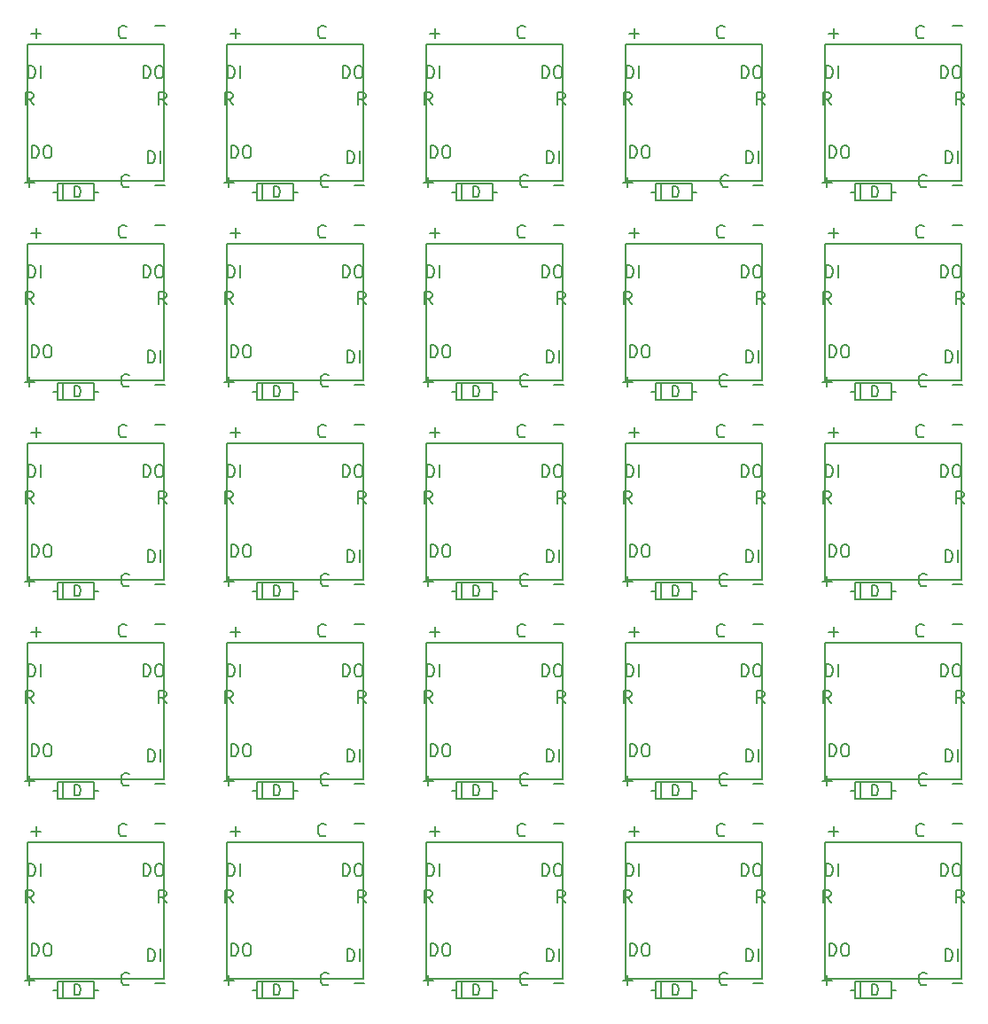
<source format=gto>
G04 #@! TF.GenerationSoftware,KiCad,Pcbnew,5.1.5+dfsg1-2build2*
G04 #@! TF.CreationDate,2021-01-11T18:30:26+09:00*
G04 #@! TF.ProjectId,suxen,73757865-6e2e-46b6-9963-61645f706362,rev?*
G04 #@! TF.SameCoordinates,Original*
G04 #@! TF.FileFunction,Legend,Top*
G04 #@! TF.FilePolarity,Positive*
%FSLAX46Y46*%
G04 Gerber Fmt 4.6, Leading zero omitted, Abs format (unit mm)*
G04 Created by KiCad (PCBNEW 5.1.5+dfsg1-2build2) date 2021-01-11 18:30:26*
%MOMM*%
%LPD*%
G04 APERTURE LIST*
%ADD10C,0.200000*%
%ADD11C,0.150000*%
%ADD12C,1.812000*%
%ADD13C,2.602000*%
%ADD14C,4.102000*%
%ADD15R,1.502000X1.502000*%
%ADD16C,1.502000*%
%ADD17C,1.902000*%
G04 APERTURE END LIST*
D10*
X156260857Y-103590714D02*
X157175142Y-103590714D01*
X137210857Y-103590714D02*
X138125142Y-103590714D01*
X118160857Y-103590714D02*
X119075142Y-103590714D01*
X99110857Y-103590714D02*
X100025142Y-103590714D01*
X80060857Y-103590714D02*
X80975142Y-103590714D01*
X156260857Y-84540714D02*
X157175142Y-84540714D01*
X137210857Y-84540714D02*
X138125142Y-84540714D01*
X118160857Y-84540714D02*
X119075142Y-84540714D01*
X99110857Y-84540714D02*
X100025142Y-84540714D01*
X80060857Y-84540714D02*
X80975142Y-84540714D01*
X156260857Y-65490714D02*
X157175142Y-65490714D01*
X137210857Y-65490714D02*
X138125142Y-65490714D01*
X118160857Y-65490714D02*
X119075142Y-65490714D01*
X99110857Y-65490714D02*
X100025142Y-65490714D01*
X80060857Y-65490714D02*
X80975142Y-65490714D01*
X156260857Y-46440714D02*
X157175142Y-46440714D01*
X137210857Y-46440714D02*
X138125142Y-46440714D01*
X118160857Y-46440714D02*
X119075142Y-46440714D01*
X99110857Y-46440714D02*
X100025142Y-46440714D01*
X118160857Y-84540714D02*
X119075142Y-84540714D01*
X144472142Y-116239857D02*
X144472142Y-115039857D01*
X144757857Y-115039857D01*
X144929285Y-115097000D01*
X145043571Y-115211285D01*
X145100714Y-115325571D01*
X145157857Y-115554142D01*
X145157857Y-115725571D01*
X145100714Y-115954142D01*
X145043571Y-116068428D01*
X144929285Y-116182714D01*
X144757857Y-116239857D01*
X144472142Y-116239857D01*
X145900714Y-115039857D02*
X146129285Y-115039857D01*
X146243571Y-115097000D01*
X146357857Y-115211285D01*
X146415000Y-115439857D01*
X146415000Y-115839857D01*
X146357857Y-116068428D01*
X146243571Y-116182714D01*
X146129285Y-116239857D01*
X145900714Y-116239857D01*
X145786428Y-116182714D01*
X145672142Y-116068428D01*
X145615000Y-115839857D01*
X145615000Y-115439857D01*
X145672142Y-115211285D01*
X145786428Y-115097000D01*
X145900714Y-115039857D01*
X125422142Y-116239857D02*
X125422142Y-115039857D01*
X125707857Y-115039857D01*
X125879285Y-115097000D01*
X125993571Y-115211285D01*
X126050714Y-115325571D01*
X126107857Y-115554142D01*
X126107857Y-115725571D01*
X126050714Y-115954142D01*
X125993571Y-116068428D01*
X125879285Y-116182714D01*
X125707857Y-116239857D01*
X125422142Y-116239857D01*
X126850714Y-115039857D02*
X127079285Y-115039857D01*
X127193571Y-115097000D01*
X127307857Y-115211285D01*
X127365000Y-115439857D01*
X127365000Y-115839857D01*
X127307857Y-116068428D01*
X127193571Y-116182714D01*
X127079285Y-116239857D01*
X126850714Y-116239857D01*
X126736428Y-116182714D01*
X126622142Y-116068428D01*
X126565000Y-115839857D01*
X126565000Y-115439857D01*
X126622142Y-115211285D01*
X126736428Y-115097000D01*
X126850714Y-115039857D01*
X106372142Y-116239857D02*
X106372142Y-115039857D01*
X106657857Y-115039857D01*
X106829285Y-115097000D01*
X106943571Y-115211285D01*
X107000714Y-115325571D01*
X107057857Y-115554142D01*
X107057857Y-115725571D01*
X107000714Y-115954142D01*
X106943571Y-116068428D01*
X106829285Y-116182714D01*
X106657857Y-116239857D01*
X106372142Y-116239857D01*
X107800714Y-115039857D02*
X108029285Y-115039857D01*
X108143571Y-115097000D01*
X108257857Y-115211285D01*
X108315000Y-115439857D01*
X108315000Y-115839857D01*
X108257857Y-116068428D01*
X108143571Y-116182714D01*
X108029285Y-116239857D01*
X107800714Y-116239857D01*
X107686428Y-116182714D01*
X107572142Y-116068428D01*
X107515000Y-115839857D01*
X107515000Y-115439857D01*
X107572142Y-115211285D01*
X107686428Y-115097000D01*
X107800714Y-115039857D01*
X87322142Y-116239857D02*
X87322142Y-115039857D01*
X87607857Y-115039857D01*
X87779285Y-115097000D01*
X87893571Y-115211285D01*
X87950714Y-115325571D01*
X88007857Y-115554142D01*
X88007857Y-115725571D01*
X87950714Y-115954142D01*
X87893571Y-116068428D01*
X87779285Y-116182714D01*
X87607857Y-116239857D01*
X87322142Y-116239857D01*
X88750714Y-115039857D02*
X88979285Y-115039857D01*
X89093571Y-115097000D01*
X89207857Y-115211285D01*
X89265000Y-115439857D01*
X89265000Y-115839857D01*
X89207857Y-116068428D01*
X89093571Y-116182714D01*
X88979285Y-116239857D01*
X88750714Y-116239857D01*
X88636428Y-116182714D01*
X88522142Y-116068428D01*
X88465000Y-115839857D01*
X88465000Y-115439857D01*
X88522142Y-115211285D01*
X88636428Y-115097000D01*
X88750714Y-115039857D01*
X68272142Y-116239857D02*
X68272142Y-115039857D01*
X68557857Y-115039857D01*
X68729285Y-115097000D01*
X68843571Y-115211285D01*
X68900714Y-115325571D01*
X68957857Y-115554142D01*
X68957857Y-115725571D01*
X68900714Y-115954142D01*
X68843571Y-116068428D01*
X68729285Y-116182714D01*
X68557857Y-116239857D01*
X68272142Y-116239857D01*
X69700714Y-115039857D02*
X69929285Y-115039857D01*
X70043571Y-115097000D01*
X70157857Y-115211285D01*
X70215000Y-115439857D01*
X70215000Y-115839857D01*
X70157857Y-116068428D01*
X70043571Y-116182714D01*
X69929285Y-116239857D01*
X69700714Y-116239857D01*
X69586428Y-116182714D01*
X69472142Y-116068428D01*
X69415000Y-115839857D01*
X69415000Y-115439857D01*
X69472142Y-115211285D01*
X69586428Y-115097000D01*
X69700714Y-115039857D01*
X144472142Y-97189857D02*
X144472142Y-95989857D01*
X144757857Y-95989857D01*
X144929285Y-96047000D01*
X145043571Y-96161285D01*
X145100714Y-96275571D01*
X145157857Y-96504142D01*
X145157857Y-96675571D01*
X145100714Y-96904142D01*
X145043571Y-97018428D01*
X144929285Y-97132714D01*
X144757857Y-97189857D01*
X144472142Y-97189857D01*
X145900714Y-95989857D02*
X146129285Y-95989857D01*
X146243571Y-96047000D01*
X146357857Y-96161285D01*
X146415000Y-96389857D01*
X146415000Y-96789857D01*
X146357857Y-97018428D01*
X146243571Y-97132714D01*
X146129285Y-97189857D01*
X145900714Y-97189857D01*
X145786428Y-97132714D01*
X145672142Y-97018428D01*
X145615000Y-96789857D01*
X145615000Y-96389857D01*
X145672142Y-96161285D01*
X145786428Y-96047000D01*
X145900714Y-95989857D01*
X125422142Y-97189857D02*
X125422142Y-95989857D01*
X125707857Y-95989857D01*
X125879285Y-96047000D01*
X125993571Y-96161285D01*
X126050714Y-96275571D01*
X126107857Y-96504142D01*
X126107857Y-96675571D01*
X126050714Y-96904142D01*
X125993571Y-97018428D01*
X125879285Y-97132714D01*
X125707857Y-97189857D01*
X125422142Y-97189857D01*
X126850714Y-95989857D02*
X127079285Y-95989857D01*
X127193571Y-96047000D01*
X127307857Y-96161285D01*
X127365000Y-96389857D01*
X127365000Y-96789857D01*
X127307857Y-97018428D01*
X127193571Y-97132714D01*
X127079285Y-97189857D01*
X126850714Y-97189857D01*
X126736428Y-97132714D01*
X126622142Y-97018428D01*
X126565000Y-96789857D01*
X126565000Y-96389857D01*
X126622142Y-96161285D01*
X126736428Y-96047000D01*
X126850714Y-95989857D01*
X106372142Y-97189857D02*
X106372142Y-95989857D01*
X106657857Y-95989857D01*
X106829285Y-96047000D01*
X106943571Y-96161285D01*
X107000714Y-96275571D01*
X107057857Y-96504142D01*
X107057857Y-96675571D01*
X107000714Y-96904142D01*
X106943571Y-97018428D01*
X106829285Y-97132714D01*
X106657857Y-97189857D01*
X106372142Y-97189857D01*
X107800714Y-95989857D02*
X108029285Y-95989857D01*
X108143571Y-96047000D01*
X108257857Y-96161285D01*
X108315000Y-96389857D01*
X108315000Y-96789857D01*
X108257857Y-97018428D01*
X108143571Y-97132714D01*
X108029285Y-97189857D01*
X107800714Y-97189857D01*
X107686428Y-97132714D01*
X107572142Y-97018428D01*
X107515000Y-96789857D01*
X107515000Y-96389857D01*
X107572142Y-96161285D01*
X107686428Y-96047000D01*
X107800714Y-95989857D01*
X87322142Y-97189857D02*
X87322142Y-95989857D01*
X87607857Y-95989857D01*
X87779285Y-96047000D01*
X87893571Y-96161285D01*
X87950714Y-96275571D01*
X88007857Y-96504142D01*
X88007857Y-96675571D01*
X87950714Y-96904142D01*
X87893571Y-97018428D01*
X87779285Y-97132714D01*
X87607857Y-97189857D01*
X87322142Y-97189857D01*
X88750714Y-95989857D02*
X88979285Y-95989857D01*
X89093571Y-96047000D01*
X89207857Y-96161285D01*
X89265000Y-96389857D01*
X89265000Y-96789857D01*
X89207857Y-97018428D01*
X89093571Y-97132714D01*
X88979285Y-97189857D01*
X88750714Y-97189857D01*
X88636428Y-97132714D01*
X88522142Y-97018428D01*
X88465000Y-96789857D01*
X88465000Y-96389857D01*
X88522142Y-96161285D01*
X88636428Y-96047000D01*
X88750714Y-95989857D01*
X68272142Y-97189857D02*
X68272142Y-95989857D01*
X68557857Y-95989857D01*
X68729285Y-96047000D01*
X68843571Y-96161285D01*
X68900714Y-96275571D01*
X68957857Y-96504142D01*
X68957857Y-96675571D01*
X68900714Y-96904142D01*
X68843571Y-97018428D01*
X68729285Y-97132714D01*
X68557857Y-97189857D01*
X68272142Y-97189857D01*
X69700714Y-95989857D02*
X69929285Y-95989857D01*
X70043571Y-96047000D01*
X70157857Y-96161285D01*
X70215000Y-96389857D01*
X70215000Y-96789857D01*
X70157857Y-97018428D01*
X70043571Y-97132714D01*
X69929285Y-97189857D01*
X69700714Y-97189857D01*
X69586428Y-97132714D01*
X69472142Y-97018428D01*
X69415000Y-96789857D01*
X69415000Y-96389857D01*
X69472142Y-96161285D01*
X69586428Y-96047000D01*
X69700714Y-95989857D01*
X144472142Y-78139857D02*
X144472142Y-76939857D01*
X144757857Y-76939857D01*
X144929285Y-76997000D01*
X145043571Y-77111285D01*
X145100714Y-77225571D01*
X145157857Y-77454142D01*
X145157857Y-77625571D01*
X145100714Y-77854142D01*
X145043571Y-77968428D01*
X144929285Y-78082714D01*
X144757857Y-78139857D01*
X144472142Y-78139857D01*
X145900714Y-76939857D02*
X146129285Y-76939857D01*
X146243571Y-76997000D01*
X146357857Y-77111285D01*
X146415000Y-77339857D01*
X146415000Y-77739857D01*
X146357857Y-77968428D01*
X146243571Y-78082714D01*
X146129285Y-78139857D01*
X145900714Y-78139857D01*
X145786428Y-78082714D01*
X145672142Y-77968428D01*
X145615000Y-77739857D01*
X145615000Y-77339857D01*
X145672142Y-77111285D01*
X145786428Y-76997000D01*
X145900714Y-76939857D01*
X125422142Y-78139857D02*
X125422142Y-76939857D01*
X125707857Y-76939857D01*
X125879285Y-76997000D01*
X125993571Y-77111285D01*
X126050714Y-77225571D01*
X126107857Y-77454142D01*
X126107857Y-77625571D01*
X126050714Y-77854142D01*
X125993571Y-77968428D01*
X125879285Y-78082714D01*
X125707857Y-78139857D01*
X125422142Y-78139857D01*
X126850714Y-76939857D02*
X127079285Y-76939857D01*
X127193571Y-76997000D01*
X127307857Y-77111285D01*
X127365000Y-77339857D01*
X127365000Y-77739857D01*
X127307857Y-77968428D01*
X127193571Y-78082714D01*
X127079285Y-78139857D01*
X126850714Y-78139857D01*
X126736428Y-78082714D01*
X126622142Y-77968428D01*
X126565000Y-77739857D01*
X126565000Y-77339857D01*
X126622142Y-77111285D01*
X126736428Y-76997000D01*
X126850714Y-76939857D01*
X106372142Y-78139857D02*
X106372142Y-76939857D01*
X106657857Y-76939857D01*
X106829285Y-76997000D01*
X106943571Y-77111285D01*
X107000714Y-77225571D01*
X107057857Y-77454142D01*
X107057857Y-77625571D01*
X107000714Y-77854142D01*
X106943571Y-77968428D01*
X106829285Y-78082714D01*
X106657857Y-78139857D01*
X106372142Y-78139857D01*
X107800714Y-76939857D02*
X108029285Y-76939857D01*
X108143571Y-76997000D01*
X108257857Y-77111285D01*
X108315000Y-77339857D01*
X108315000Y-77739857D01*
X108257857Y-77968428D01*
X108143571Y-78082714D01*
X108029285Y-78139857D01*
X107800714Y-78139857D01*
X107686428Y-78082714D01*
X107572142Y-77968428D01*
X107515000Y-77739857D01*
X107515000Y-77339857D01*
X107572142Y-77111285D01*
X107686428Y-76997000D01*
X107800714Y-76939857D01*
X87322142Y-78139857D02*
X87322142Y-76939857D01*
X87607857Y-76939857D01*
X87779285Y-76997000D01*
X87893571Y-77111285D01*
X87950714Y-77225571D01*
X88007857Y-77454142D01*
X88007857Y-77625571D01*
X87950714Y-77854142D01*
X87893571Y-77968428D01*
X87779285Y-78082714D01*
X87607857Y-78139857D01*
X87322142Y-78139857D01*
X88750714Y-76939857D02*
X88979285Y-76939857D01*
X89093571Y-76997000D01*
X89207857Y-77111285D01*
X89265000Y-77339857D01*
X89265000Y-77739857D01*
X89207857Y-77968428D01*
X89093571Y-78082714D01*
X88979285Y-78139857D01*
X88750714Y-78139857D01*
X88636428Y-78082714D01*
X88522142Y-77968428D01*
X88465000Y-77739857D01*
X88465000Y-77339857D01*
X88522142Y-77111285D01*
X88636428Y-76997000D01*
X88750714Y-76939857D01*
X68272142Y-78139857D02*
X68272142Y-76939857D01*
X68557857Y-76939857D01*
X68729285Y-76997000D01*
X68843571Y-77111285D01*
X68900714Y-77225571D01*
X68957857Y-77454142D01*
X68957857Y-77625571D01*
X68900714Y-77854142D01*
X68843571Y-77968428D01*
X68729285Y-78082714D01*
X68557857Y-78139857D01*
X68272142Y-78139857D01*
X69700714Y-76939857D02*
X69929285Y-76939857D01*
X70043571Y-76997000D01*
X70157857Y-77111285D01*
X70215000Y-77339857D01*
X70215000Y-77739857D01*
X70157857Y-77968428D01*
X70043571Y-78082714D01*
X69929285Y-78139857D01*
X69700714Y-78139857D01*
X69586428Y-78082714D01*
X69472142Y-77968428D01*
X69415000Y-77739857D01*
X69415000Y-77339857D01*
X69472142Y-77111285D01*
X69586428Y-76997000D01*
X69700714Y-76939857D01*
X144472142Y-59089857D02*
X144472142Y-57889857D01*
X144757857Y-57889857D01*
X144929285Y-57947000D01*
X145043571Y-58061285D01*
X145100714Y-58175571D01*
X145157857Y-58404142D01*
X145157857Y-58575571D01*
X145100714Y-58804142D01*
X145043571Y-58918428D01*
X144929285Y-59032714D01*
X144757857Y-59089857D01*
X144472142Y-59089857D01*
X145900714Y-57889857D02*
X146129285Y-57889857D01*
X146243571Y-57947000D01*
X146357857Y-58061285D01*
X146415000Y-58289857D01*
X146415000Y-58689857D01*
X146357857Y-58918428D01*
X146243571Y-59032714D01*
X146129285Y-59089857D01*
X145900714Y-59089857D01*
X145786428Y-59032714D01*
X145672142Y-58918428D01*
X145615000Y-58689857D01*
X145615000Y-58289857D01*
X145672142Y-58061285D01*
X145786428Y-57947000D01*
X145900714Y-57889857D01*
X125422142Y-59089857D02*
X125422142Y-57889857D01*
X125707857Y-57889857D01*
X125879285Y-57947000D01*
X125993571Y-58061285D01*
X126050714Y-58175571D01*
X126107857Y-58404142D01*
X126107857Y-58575571D01*
X126050714Y-58804142D01*
X125993571Y-58918428D01*
X125879285Y-59032714D01*
X125707857Y-59089857D01*
X125422142Y-59089857D01*
X126850714Y-57889857D02*
X127079285Y-57889857D01*
X127193571Y-57947000D01*
X127307857Y-58061285D01*
X127365000Y-58289857D01*
X127365000Y-58689857D01*
X127307857Y-58918428D01*
X127193571Y-59032714D01*
X127079285Y-59089857D01*
X126850714Y-59089857D01*
X126736428Y-59032714D01*
X126622142Y-58918428D01*
X126565000Y-58689857D01*
X126565000Y-58289857D01*
X126622142Y-58061285D01*
X126736428Y-57947000D01*
X126850714Y-57889857D01*
X106372142Y-59089857D02*
X106372142Y-57889857D01*
X106657857Y-57889857D01*
X106829285Y-57947000D01*
X106943571Y-58061285D01*
X107000714Y-58175571D01*
X107057857Y-58404142D01*
X107057857Y-58575571D01*
X107000714Y-58804142D01*
X106943571Y-58918428D01*
X106829285Y-59032714D01*
X106657857Y-59089857D01*
X106372142Y-59089857D01*
X107800714Y-57889857D02*
X108029285Y-57889857D01*
X108143571Y-57947000D01*
X108257857Y-58061285D01*
X108315000Y-58289857D01*
X108315000Y-58689857D01*
X108257857Y-58918428D01*
X108143571Y-59032714D01*
X108029285Y-59089857D01*
X107800714Y-59089857D01*
X107686428Y-59032714D01*
X107572142Y-58918428D01*
X107515000Y-58689857D01*
X107515000Y-58289857D01*
X107572142Y-58061285D01*
X107686428Y-57947000D01*
X107800714Y-57889857D01*
X87322142Y-59089857D02*
X87322142Y-57889857D01*
X87607857Y-57889857D01*
X87779285Y-57947000D01*
X87893571Y-58061285D01*
X87950714Y-58175571D01*
X88007857Y-58404142D01*
X88007857Y-58575571D01*
X87950714Y-58804142D01*
X87893571Y-58918428D01*
X87779285Y-59032714D01*
X87607857Y-59089857D01*
X87322142Y-59089857D01*
X88750714Y-57889857D02*
X88979285Y-57889857D01*
X89093571Y-57947000D01*
X89207857Y-58061285D01*
X89265000Y-58289857D01*
X89265000Y-58689857D01*
X89207857Y-58918428D01*
X89093571Y-59032714D01*
X88979285Y-59089857D01*
X88750714Y-59089857D01*
X88636428Y-59032714D01*
X88522142Y-58918428D01*
X88465000Y-58689857D01*
X88465000Y-58289857D01*
X88522142Y-58061285D01*
X88636428Y-57947000D01*
X88750714Y-57889857D01*
X68272142Y-59089857D02*
X68272142Y-57889857D01*
X68557857Y-57889857D01*
X68729285Y-57947000D01*
X68843571Y-58061285D01*
X68900714Y-58175571D01*
X68957857Y-58404142D01*
X68957857Y-58575571D01*
X68900714Y-58804142D01*
X68843571Y-58918428D01*
X68729285Y-59032714D01*
X68557857Y-59089857D01*
X68272142Y-59089857D01*
X69700714Y-57889857D02*
X69929285Y-57889857D01*
X70043571Y-57947000D01*
X70157857Y-58061285D01*
X70215000Y-58289857D01*
X70215000Y-58689857D01*
X70157857Y-58918428D01*
X70043571Y-59032714D01*
X69929285Y-59089857D01*
X69700714Y-59089857D01*
X69586428Y-59032714D01*
X69472142Y-58918428D01*
X69415000Y-58689857D01*
X69415000Y-58289857D01*
X69472142Y-58061285D01*
X69586428Y-57947000D01*
X69700714Y-57889857D01*
X144472142Y-40039857D02*
X144472142Y-38839857D01*
X144757857Y-38839857D01*
X144929285Y-38897000D01*
X145043571Y-39011285D01*
X145100714Y-39125571D01*
X145157857Y-39354142D01*
X145157857Y-39525571D01*
X145100714Y-39754142D01*
X145043571Y-39868428D01*
X144929285Y-39982714D01*
X144757857Y-40039857D01*
X144472142Y-40039857D01*
X145900714Y-38839857D02*
X146129285Y-38839857D01*
X146243571Y-38897000D01*
X146357857Y-39011285D01*
X146415000Y-39239857D01*
X146415000Y-39639857D01*
X146357857Y-39868428D01*
X146243571Y-39982714D01*
X146129285Y-40039857D01*
X145900714Y-40039857D01*
X145786428Y-39982714D01*
X145672142Y-39868428D01*
X145615000Y-39639857D01*
X145615000Y-39239857D01*
X145672142Y-39011285D01*
X145786428Y-38897000D01*
X145900714Y-38839857D01*
X125422142Y-40039857D02*
X125422142Y-38839857D01*
X125707857Y-38839857D01*
X125879285Y-38897000D01*
X125993571Y-39011285D01*
X126050714Y-39125571D01*
X126107857Y-39354142D01*
X126107857Y-39525571D01*
X126050714Y-39754142D01*
X125993571Y-39868428D01*
X125879285Y-39982714D01*
X125707857Y-40039857D01*
X125422142Y-40039857D01*
X126850714Y-38839857D02*
X127079285Y-38839857D01*
X127193571Y-38897000D01*
X127307857Y-39011285D01*
X127365000Y-39239857D01*
X127365000Y-39639857D01*
X127307857Y-39868428D01*
X127193571Y-39982714D01*
X127079285Y-40039857D01*
X126850714Y-40039857D01*
X126736428Y-39982714D01*
X126622142Y-39868428D01*
X126565000Y-39639857D01*
X126565000Y-39239857D01*
X126622142Y-39011285D01*
X126736428Y-38897000D01*
X126850714Y-38839857D01*
X106372142Y-40039857D02*
X106372142Y-38839857D01*
X106657857Y-38839857D01*
X106829285Y-38897000D01*
X106943571Y-39011285D01*
X107000714Y-39125571D01*
X107057857Y-39354142D01*
X107057857Y-39525571D01*
X107000714Y-39754142D01*
X106943571Y-39868428D01*
X106829285Y-39982714D01*
X106657857Y-40039857D01*
X106372142Y-40039857D01*
X107800714Y-38839857D02*
X108029285Y-38839857D01*
X108143571Y-38897000D01*
X108257857Y-39011285D01*
X108315000Y-39239857D01*
X108315000Y-39639857D01*
X108257857Y-39868428D01*
X108143571Y-39982714D01*
X108029285Y-40039857D01*
X107800714Y-40039857D01*
X107686428Y-39982714D01*
X107572142Y-39868428D01*
X107515000Y-39639857D01*
X107515000Y-39239857D01*
X107572142Y-39011285D01*
X107686428Y-38897000D01*
X107800714Y-38839857D01*
X87322142Y-40039857D02*
X87322142Y-38839857D01*
X87607857Y-38839857D01*
X87779285Y-38897000D01*
X87893571Y-39011285D01*
X87950714Y-39125571D01*
X88007857Y-39354142D01*
X88007857Y-39525571D01*
X87950714Y-39754142D01*
X87893571Y-39868428D01*
X87779285Y-39982714D01*
X87607857Y-40039857D01*
X87322142Y-40039857D01*
X88750714Y-38839857D02*
X88979285Y-38839857D01*
X89093571Y-38897000D01*
X89207857Y-39011285D01*
X89265000Y-39239857D01*
X89265000Y-39639857D01*
X89207857Y-39868428D01*
X89093571Y-39982714D01*
X88979285Y-40039857D01*
X88750714Y-40039857D01*
X88636428Y-39982714D01*
X88522142Y-39868428D01*
X88465000Y-39639857D01*
X88465000Y-39239857D01*
X88522142Y-39011285D01*
X88636428Y-38897000D01*
X88750714Y-38839857D01*
X143814857Y-118576714D02*
X144729142Y-118576714D01*
X144272000Y-119033857D02*
X144272000Y-118119571D01*
X124764857Y-118576714D02*
X125679142Y-118576714D01*
X125222000Y-119033857D02*
X125222000Y-118119571D01*
X105714857Y-118576714D02*
X106629142Y-118576714D01*
X106172000Y-119033857D02*
X106172000Y-118119571D01*
X86664857Y-118576714D02*
X87579142Y-118576714D01*
X87122000Y-119033857D02*
X87122000Y-118119571D01*
X67614857Y-118576714D02*
X68529142Y-118576714D01*
X68072000Y-119033857D02*
X68072000Y-118119571D01*
X143814857Y-99526714D02*
X144729142Y-99526714D01*
X144272000Y-99983857D02*
X144272000Y-99069571D01*
X124764857Y-99526714D02*
X125679142Y-99526714D01*
X125222000Y-99983857D02*
X125222000Y-99069571D01*
X105714857Y-99526714D02*
X106629142Y-99526714D01*
X106172000Y-99983857D02*
X106172000Y-99069571D01*
X86664857Y-99526714D02*
X87579142Y-99526714D01*
X87122000Y-99983857D02*
X87122000Y-99069571D01*
X67614857Y-99526714D02*
X68529142Y-99526714D01*
X68072000Y-99983857D02*
X68072000Y-99069571D01*
X143814857Y-80476714D02*
X144729142Y-80476714D01*
X144272000Y-80933857D02*
X144272000Y-80019571D01*
X124764857Y-80476714D02*
X125679142Y-80476714D01*
X125222000Y-80933857D02*
X125222000Y-80019571D01*
X105714857Y-80476714D02*
X106629142Y-80476714D01*
X106172000Y-80933857D02*
X106172000Y-80019571D01*
X86664857Y-80476714D02*
X87579142Y-80476714D01*
X87122000Y-80933857D02*
X87122000Y-80019571D01*
X67614857Y-80476714D02*
X68529142Y-80476714D01*
X68072000Y-80933857D02*
X68072000Y-80019571D01*
X143814857Y-61426714D02*
X144729142Y-61426714D01*
X144272000Y-61883857D02*
X144272000Y-60969571D01*
X124764857Y-61426714D02*
X125679142Y-61426714D01*
X125222000Y-61883857D02*
X125222000Y-60969571D01*
X105714857Y-61426714D02*
X106629142Y-61426714D01*
X106172000Y-61883857D02*
X106172000Y-60969571D01*
X86664857Y-61426714D02*
X87579142Y-61426714D01*
X87122000Y-61883857D02*
X87122000Y-60969571D01*
X67614857Y-61426714D02*
X68529142Y-61426714D01*
X68072000Y-61883857D02*
X68072000Y-60969571D01*
X143814857Y-42376714D02*
X144729142Y-42376714D01*
X144272000Y-42833857D02*
X144272000Y-41919571D01*
X124764857Y-42376714D02*
X125679142Y-42376714D01*
X125222000Y-42833857D02*
X125222000Y-41919571D01*
X105714857Y-42376714D02*
X106629142Y-42376714D01*
X106172000Y-42833857D02*
X106172000Y-41919571D01*
X86664857Y-42376714D02*
X87579142Y-42376714D01*
X87122000Y-42833857D02*
X87122000Y-41919571D01*
X156260857Y-118830714D02*
X157175142Y-118830714D01*
X137210857Y-118830714D02*
X138125142Y-118830714D01*
X118160857Y-118830714D02*
X119075142Y-118830714D01*
X99110857Y-118830714D02*
X100025142Y-118830714D01*
X80060857Y-118830714D02*
X80975142Y-118830714D01*
X156260857Y-99780714D02*
X157175142Y-99780714D01*
X137210857Y-99780714D02*
X138125142Y-99780714D01*
X118160857Y-99780714D02*
X119075142Y-99780714D01*
X99110857Y-99780714D02*
X100025142Y-99780714D01*
X80060857Y-99780714D02*
X80975142Y-99780714D01*
X156260857Y-80730714D02*
X157175142Y-80730714D01*
X137210857Y-80730714D02*
X138125142Y-80730714D01*
X118160857Y-80730714D02*
X119075142Y-80730714D01*
X99110857Y-80730714D02*
X100025142Y-80730714D01*
X80060857Y-80730714D02*
X80975142Y-80730714D01*
X156260857Y-61680714D02*
X157175142Y-61680714D01*
X137210857Y-61680714D02*
X138125142Y-61680714D01*
X118160857Y-61680714D02*
X119075142Y-61680714D01*
X99110857Y-61680714D02*
X100025142Y-61680714D01*
X80060857Y-61680714D02*
X80975142Y-61680714D01*
X156260857Y-42630714D02*
X157175142Y-42630714D01*
X137210857Y-42630714D02*
X138125142Y-42630714D01*
X118160857Y-42630714D02*
X119075142Y-42630714D01*
X99110857Y-42630714D02*
X100025142Y-42630714D01*
X157343428Y-111159857D02*
X156943428Y-110588428D01*
X156657714Y-111159857D02*
X156657714Y-109959857D01*
X157114857Y-109959857D01*
X157229142Y-110017000D01*
X157286285Y-110074142D01*
X157343428Y-110188428D01*
X157343428Y-110359857D01*
X157286285Y-110474142D01*
X157229142Y-110531285D01*
X157114857Y-110588428D01*
X156657714Y-110588428D01*
X138293428Y-111159857D02*
X137893428Y-110588428D01*
X137607714Y-111159857D02*
X137607714Y-109959857D01*
X138064857Y-109959857D01*
X138179142Y-110017000D01*
X138236285Y-110074142D01*
X138293428Y-110188428D01*
X138293428Y-110359857D01*
X138236285Y-110474142D01*
X138179142Y-110531285D01*
X138064857Y-110588428D01*
X137607714Y-110588428D01*
X119243428Y-111159857D02*
X118843428Y-110588428D01*
X118557714Y-111159857D02*
X118557714Y-109959857D01*
X119014857Y-109959857D01*
X119129142Y-110017000D01*
X119186285Y-110074142D01*
X119243428Y-110188428D01*
X119243428Y-110359857D01*
X119186285Y-110474142D01*
X119129142Y-110531285D01*
X119014857Y-110588428D01*
X118557714Y-110588428D01*
X100193428Y-111159857D02*
X99793428Y-110588428D01*
X99507714Y-111159857D02*
X99507714Y-109959857D01*
X99964857Y-109959857D01*
X100079142Y-110017000D01*
X100136285Y-110074142D01*
X100193428Y-110188428D01*
X100193428Y-110359857D01*
X100136285Y-110474142D01*
X100079142Y-110531285D01*
X99964857Y-110588428D01*
X99507714Y-110588428D01*
X81143428Y-111159857D02*
X80743428Y-110588428D01*
X80457714Y-111159857D02*
X80457714Y-109959857D01*
X80914857Y-109959857D01*
X81029142Y-110017000D01*
X81086285Y-110074142D01*
X81143428Y-110188428D01*
X81143428Y-110359857D01*
X81086285Y-110474142D01*
X81029142Y-110531285D01*
X80914857Y-110588428D01*
X80457714Y-110588428D01*
X157343428Y-92109857D02*
X156943428Y-91538428D01*
X156657714Y-92109857D02*
X156657714Y-90909857D01*
X157114857Y-90909857D01*
X157229142Y-90967000D01*
X157286285Y-91024142D01*
X157343428Y-91138428D01*
X157343428Y-91309857D01*
X157286285Y-91424142D01*
X157229142Y-91481285D01*
X157114857Y-91538428D01*
X156657714Y-91538428D01*
X138293428Y-92109857D02*
X137893428Y-91538428D01*
X137607714Y-92109857D02*
X137607714Y-90909857D01*
X138064857Y-90909857D01*
X138179142Y-90967000D01*
X138236285Y-91024142D01*
X138293428Y-91138428D01*
X138293428Y-91309857D01*
X138236285Y-91424142D01*
X138179142Y-91481285D01*
X138064857Y-91538428D01*
X137607714Y-91538428D01*
X119243428Y-92109857D02*
X118843428Y-91538428D01*
X118557714Y-92109857D02*
X118557714Y-90909857D01*
X119014857Y-90909857D01*
X119129142Y-90967000D01*
X119186285Y-91024142D01*
X119243428Y-91138428D01*
X119243428Y-91309857D01*
X119186285Y-91424142D01*
X119129142Y-91481285D01*
X119014857Y-91538428D01*
X118557714Y-91538428D01*
X100193428Y-92109857D02*
X99793428Y-91538428D01*
X99507714Y-92109857D02*
X99507714Y-90909857D01*
X99964857Y-90909857D01*
X100079142Y-90967000D01*
X100136285Y-91024142D01*
X100193428Y-91138428D01*
X100193428Y-91309857D01*
X100136285Y-91424142D01*
X100079142Y-91481285D01*
X99964857Y-91538428D01*
X99507714Y-91538428D01*
X81143428Y-92109857D02*
X80743428Y-91538428D01*
X80457714Y-92109857D02*
X80457714Y-90909857D01*
X80914857Y-90909857D01*
X81029142Y-90967000D01*
X81086285Y-91024142D01*
X81143428Y-91138428D01*
X81143428Y-91309857D01*
X81086285Y-91424142D01*
X81029142Y-91481285D01*
X80914857Y-91538428D01*
X80457714Y-91538428D01*
X157343428Y-73059857D02*
X156943428Y-72488428D01*
X156657714Y-73059857D02*
X156657714Y-71859857D01*
X157114857Y-71859857D01*
X157229142Y-71917000D01*
X157286285Y-71974142D01*
X157343428Y-72088428D01*
X157343428Y-72259857D01*
X157286285Y-72374142D01*
X157229142Y-72431285D01*
X157114857Y-72488428D01*
X156657714Y-72488428D01*
X138293428Y-73059857D02*
X137893428Y-72488428D01*
X137607714Y-73059857D02*
X137607714Y-71859857D01*
X138064857Y-71859857D01*
X138179142Y-71917000D01*
X138236285Y-71974142D01*
X138293428Y-72088428D01*
X138293428Y-72259857D01*
X138236285Y-72374142D01*
X138179142Y-72431285D01*
X138064857Y-72488428D01*
X137607714Y-72488428D01*
X119243428Y-73059857D02*
X118843428Y-72488428D01*
X118557714Y-73059857D02*
X118557714Y-71859857D01*
X119014857Y-71859857D01*
X119129142Y-71917000D01*
X119186285Y-71974142D01*
X119243428Y-72088428D01*
X119243428Y-72259857D01*
X119186285Y-72374142D01*
X119129142Y-72431285D01*
X119014857Y-72488428D01*
X118557714Y-72488428D01*
X100193428Y-73059857D02*
X99793428Y-72488428D01*
X99507714Y-73059857D02*
X99507714Y-71859857D01*
X99964857Y-71859857D01*
X100079142Y-71917000D01*
X100136285Y-71974142D01*
X100193428Y-72088428D01*
X100193428Y-72259857D01*
X100136285Y-72374142D01*
X100079142Y-72431285D01*
X99964857Y-72488428D01*
X99507714Y-72488428D01*
X81143428Y-73059857D02*
X80743428Y-72488428D01*
X80457714Y-73059857D02*
X80457714Y-71859857D01*
X80914857Y-71859857D01*
X81029142Y-71917000D01*
X81086285Y-71974142D01*
X81143428Y-72088428D01*
X81143428Y-72259857D01*
X81086285Y-72374142D01*
X81029142Y-72431285D01*
X80914857Y-72488428D01*
X80457714Y-72488428D01*
X157343428Y-54009857D02*
X156943428Y-53438428D01*
X156657714Y-54009857D02*
X156657714Y-52809857D01*
X157114857Y-52809857D01*
X157229142Y-52867000D01*
X157286285Y-52924142D01*
X157343428Y-53038428D01*
X157343428Y-53209857D01*
X157286285Y-53324142D01*
X157229142Y-53381285D01*
X157114857Y-53438428D01*
X156657714Y-53438428D01*
X138293428Y-54009857D02*
X137893428Y-53438428D01*
X137607714Y-54009857D02*
X137607714Y-52809857D01*
X138064857Y-52809857D01*
X138179142Y-52867000D01*
X138236285Y-52924142D01*
X138293428Y-53038428D01*
X138293428Y-53209857D01*
X138236285Y-53324142D01*
X138179142Y-53381285D01*
X138064857Y-53438428D01*
X137607714Y-53438428D01*
X119243428Y-54009857D02*
X118843428Y-53438428D01*
X118557714Y-54009857D02*
X118557714Y-52809857D01*
X119014857Y-52809857D01*
X119129142Y-52867000D01*
X119186285Y-52924142D01*
X119243428Y-53038428D01*
X119243428Y-53209857D01*
X119186285Y-53324142D01*
X119129142Y-53381285D01*
X119014857Y-53438428D01*
X118557714Y-53438428D01*
X100193428Y-54009857D02*
X99793428Y-53438428D01*
X99507714Y-54009857D02*
X99507714Y-52809857D01*
X99964857Y-52809857D01*
X100079142Y-52867000D01*
X100136285Y-52924142D01*
X100193428Y-53038428D01*
X100193428Y-53209857D01*
X100136285Y-53324142D01*
X100079142Y-53381285D01*
X99964857Y-53438428D01*
X99507714Y-53438428D01*
X81143428Y-54009857D02*
X80743428Y-53438428D01*
X80457714Y-54009857D02*
X80457714Y-52809857D01*
X80914857Y-52809857D01*
X81029142Y-52867000D01*
X81086285Y-52924142D01*
X81143428Y-53038428D01*
X81143428Y-53209857D01*
X81086285Y-53324142D01*
X81029142Y-53381285D01*
X80914857Y-53438428D01*
X80457714Y-53438428D01*
X157343428Y-34959857D02*
X156943428Y-34388428D01*
X156657714Y-34959857D02*
X156657714Y-33759857D01*
X157114857Y-33759857D01*
X157229142Y-33817000D01*
X157286285Y-33874142D01*
X157343428Y-33988428D01*
X157343428Y-34159857D01*
X157286285Y-34274142D01*
X157229142Y-34331285D01*
X157114857Y-34388428D01*
X156657714Y-34388428D01*
X138293428Y-34959857D02*
X137893428Y-34388428D01*
X137607714Y-34959857D02*
X137607714Y-33759857D01*
X138064857Y-33759857D01*
X138179142Y-33817000D01*
X138236285Y-33874142D01*
X138293428Y-33988428D01*
X138293428Y-34159857D01*
X138236285Y-34274142D01*
X138179142Y-34331285D01*
X138064857Y-34388428D01*
X137607714Y-34388428D01*
X119243428Y-34959857D02*
X118843428Y-34388428D01*
X118557714Y-34959857D02*
X118557714Y-33759857D01*
X119014857Y-33759857D01*
X119129142Y-33817000D01*
X119186285Y-33874142D01*
X119243428Y-33988428D01*
X119243428Y-34159857D01*
X119186285Y-34274142D01*
X119129142Y-34331285D01*
X119014857Y-34388428D01*
X118557714Y-34388428D01*
X100193428Y-34959857D02*
X99793428Y-34388428D01*
X99507714Y-34959857D02*
X99507714Y-33759857D01*
X99964857Y-33759857D01*
X100079142Y-33817000D01*
X100136285Y-33874142D01*
X100193428Y-33988428D01*
X100193428Y-34159857D01*
X100136285Y-34274142D01*
X100079142Y-34331285D01*
X99964857Y-34388428D01*
X99507714Y-34388428D01*
X144643428Y-111159857D02*
X144243428Y-110588428D01*
X143957714Y-111159857D02*
X143957714Y-109959857D01*
X144414857Y-109959857D01*
X144529142Y-110017000D01*
X144586285Y-110074142D01*
X144643428Y-110188428D01*
X144643428Y-110359857D01*
X144586285Y-110474142D01*
X144529142Y-110531285D01*
X144414857Y-110588428D01*
X143957714Y-110588428D01*
X125593428Y-111159857D02*
X125193428Y-110588428D01*
X124907714Y-111159857D02*
X124907714Y-109959857D01*
X125364857Y-109959857D01*
X125479142Y-110017000D01*
X125536285Y-110074142D01*
X125593428Y-110188428D01*
X125593428Y-110359857D01*
X125536285Y-110474142D01*
X125479142Y-110531285D01*
X125364857Y-110588428D01*
X124907714Y-110588428D01*
X106543428Y-111159857D02*
X106143428Y-110588428D01*
X105857714Y-111159857D02*
X105857714Y-109959857D01*
X106314857Y-109959857D01*
X106429142Y-110017000D01*
X106486285Y-110074142D01*
X106543428Y-110188428D01*
X106543428Y-110359857D01*
X106486285Y-110474142D01*
X106429142Y-110531285D01*
X106314857Y-110588428D01*
X105857714Y-110588428D01*
X87493428Y-111159857D02*
X87093428Y-110588428D01*
X86807714Y-111159857D02*
X86807714Y-109959857D01*
X87264857Y-109959857D01*
X87379142Y-110017000D01*
X87436285Y-110074142D01*
X87493428Y-110188428D01*
X87493428Y-110359857D01*
X87436285Y-110474142D01*
X87379142Y-110531285D01*
X87264857Y-110588428D01*
X86807714Y-110588428D01*
X68443428Y-111159857D02*
X68043428Y-110588428D01*
X67757714Y-111159857D02*
X67757714Y-109959857D01*
X68214857Y-109959857D01*
X68329142Y-110017000D01*
X68386285Y-110074142D01*
X68443428Y-110188428D01*
X68443428Y-110359857D01*
X68386285Y-110474142D01*
X68329142Y-110531285D01*
X68214857Y-110588428D01*
X67757714Y-110588428D01*
X144643428Y-92109857D02*
X144243428Y-91538428D01*
X143957714Y-92109857D02*
X143957714Y-90909857D01*
X144414857Y-90909857D01*
X144529142Y-90967000D01*
X144586285Y-91024142D01*
X144643428Y-91138428D01*
X144643428Y-91309857D01*
X144586285Y-91424142D01*
X144529142Y-91481285D01*
X144414857Y-91538428D01*
X143957714Y-91538428D01*
X125593428Y-92109857D02*
X125193428Y-91538428D01*
X124907714Y-92109857D02*
X124907714Y-90909857D01*
X125364857Y-90909857D01*
X125479142Y-90967000D01*
X125536285Y-91024142D01*
X125593428Y-91138428D01*
X125593428Y-91309857D01*
X125536285Y-91424142D01*
X125479142Y-91481285D01*
X125364857Y-91538428D01*
X124907714Y-91538428D01*
X106543428Y-92109857D02*
X106143428Y-91538428D01*
X105857714Y-92109857D02*
X105857714Y-90909857D01*
X106314857Y-90909857D01*
X106429142Y-90967000D01*
X106486285Y-91024142D01*
X106543428Y-91138428D01*
X106543428Y-91309857D01*
X106486285Y-91424142D01*
X106429142Y-91481285D01*
X106314857Y-91538428D01*
X105857714Y-91538428D01*
X87493428Y-92109857D02*
X87093428Y-91538428D01*
X86807714Y-92109857D02*
X86807714Y-90909857D01*
X87264857Y-90909857D01*
X87379142Y-90967000D01*
X87436285Y-91024142D01*
X87493428Y-91138428D01*
X87493428Y-91309857D01*
X87436285Y-91424142D01*
X87379142Y-91481285D01*
X87264857Y-91538428D01*
X86807714Y-91538428D01*
X68443428Y-92109857D02*
X68043428Y-91538428D01*
X67757714Y-92109857D02*
X67757714Y-90909857D01*
X68214857Y-90909857D01*
X68329142Y-90967000D01*
X68386285Y-91024142D01*
X68443428Y-91138428D01*
X68443428Y-91309857D01*
X68386285Y-91424142D01*
X68329142Y-91481285D01*
X68214857Y-91538428D01*
X67757714Y-91538428D01*
X144643428Y-73059857D02*
X144243428Y-72488428D01*
X143957714Y-73059857D02*
X143957714Y-71859857D01*
X144414857Y-71859857D01*
X144529142Y-71917000D01*
X144586285Y-71974142D01*
X144643428Y-72088428D01*
X144643428Y-72259857D01*
X144586285Y-72374142D01*
X144529142Y-72431285D01*
X144414857Y-72488428D01*
X143957714Y-72488428D01*
X125593428Y-73059857D02*
X125193428Y-72488428D01*
X124907714Y-73059857D02*
X124907714Y-71859857D01*
X125364857Y-71859857D01*
X125479142Y-71917000D01*
X125536285Y-71974142D01*
X125593428Y-72088428D01*
X125593428Y-72259857D01*
X125536285Y-72374142D01*
X125479142Y-72431285D01*
X125364857Y-72488428D01*
X124907714Y-72488428D01*
X106543428Y-73059857D02*
X106143428Y-72488428D01*
X105857714Y-73059857D02*
X105857714Y-71859857D01*
X106314857Y-71859857D01*
X106429142Y-71917000D01*
X106486285Y-71974142D01*
X106543428Y-72088428D01*
X106543428Y-72259857D01*
X106486285Y-72374142D01*
X106429142Y-72431285D01*
X106314857Y-72488428D01*
X105857714Y-72488428D01*
X87493428Y-73059857D02*
X87093428Y-72488428D01*
X86807714Y-73059857D02*
X86807714Y-71859857D01*
X87264857Y-71859857D01*
X87379142Y-71917000D01*
X87436285Y-71974142D01*
X87493428Y-72088428D01*
X87493428Y-72259857D01*
X87436285Y-72374142D01*
X87379142Y-72431285D01*
X87264857Y-72488428D01*
X86807714Y-72488428D01*
X68443428Y-73059857D02*
X68043428Y-72488428D01*
X67757714Y-73059857D02*
X67757714Y-71859857D01*
X68214857Y-71859857D01*
X68329142Y-71917000D01*
X68386285Y-71974142D01*
X68443428Y-72088428D01*
X68443428Y-72259857D01*
X68386285Y-72374142D01*
X68329142Y-72431285D01*
X68214857Y-72488428D01*
X67757714Y-72488428D01*
X144643428Y-54009857D02*
X144243428Y-53438428D01*
X143957714Y-54009857D02*
X143957714Y-52809857D01*
X144414857Y-52809857D01*
X144529142Y-52867000D01*
X144586285Y-52924142D01*
X144643428Y-53038428D01*
X144643428Y-53209857D01*
X144586285Y-53324142D01*
X144529142Y-53381285D01*
X144414857Y-53438428D01*
X143957714Y-53438428D01*
X125593428Y-54009857D02*
X125193428Y-53438428D01*
X124907714Y-54009857D02*
X124907714Y-52809857D01*
X125364857Y-52809857D01*
X125479142Y-52867000D01*
X125536285Y-52924142D01*
X125593428Y-53038428D01*
X125593428Y-53209857D01*
X125536285Y-53324142D01*
X125479142Y-53381285D01*
X125364857Y-53438428D01*
X124907714Y-53438428D01*
X106543428Y-54009857D02*
X106143428Y-53438428D01*
X105857714Y-54009857D02*
X105857714Y-52809857D01*
X106314857Y-52809857D01*
X106429142Y-52867000D01*
X106486285Y-52924142D01*
X106543428Y-53038428D01*
X106543428Y-53209857D01*
X106486285Y-53324142D01*
X106429142Y-53381285D01*
X106314857Y-53438428D01*
X105857714Y-53438428D01*
X87493428Y-54009857D02*
X87093428Y-53438428D01*
X86807714Y-54009857D02*
X86807714Y-52809857D01*
X87264857Y-52809857D01*
X87379142Y-52867000D01*
X87436285Y-52924142D01*
X87493428Y-53038428D01*
X87493428Y-53209857D01*
X87436285Y-53324142D01*
X87379142Y-53381285D01*
X87264857Y-53438428D01*
X86807714Y-53438428D01*
X68443428Y-54009857D02*
X68043428Y-53438428D01*
X67757714Y-54009857D02*
X67757714Y-52809857D01*
X68214857Y-52809857D01*
X68329142Y-52867000D01*
X68386285Y-52924142D01*
X68443428Y-53038428D01*
X68443428Y-53209857D01*
X68386285Y-53324142D01*
X68329142Y-53381285D01*
X68214857Y-53438428D01*
X67757714Y-53438428D01*
X144643428Y-34959857D02*
X144243428Y-34388428D01*
X143957714Y-34959857D02*
X143957714Y-33759857D01*
X144414857Y-33759857D01*
X144529142Y-33817000D01*
X144586285Y-33874142D01*
X144643428Y-33988428D01*
X144643428Y-34159857D01*
X144586285Y-34274142D01*
X144529142Y-34331285D01*
X144414857Y-34388428D01*
X143957714Y-34388428D01*
X125593428Y-34959857D02*
X125193428Y-34388428D01*
X124907714Y-34959857D02*
X124907714Y-33759857D01*
X125364857Y-33759857D01*
X125479142Y-33817000D01*
X125536285Y-33874142D01*
X125593428Y-33988428D01*
X125593428Y-34159857D01*
X125536285Y-34274142D01*
X125479142Y-34331285D01*
X125364857Y-34388428D01*
X124907714Y-34388428D01*
X106543428Y-34959857D02*
X106143428Y-34388428D01*
X105857714Y-34959857D02*
X105857714Y-33759857D01*
X106314857Y-33759857D01*
X106429142Y-33817000D01*
X106486285Y-33874142D01*
X106543428Y-33988428D01*
X106543428Y-34159857D01*
X106486285Y-34274142D01*
X106429142Y-34331285D01*
X106314857Y-34388428D01*
X105857714Y-34388428D01*
X87493428Y-34959857D02*
X87093428Y-34388428D01*
X86807714Y-34959857D02*
X86807714Y-33759857D01*
X87264857Y-33759857D01*
X87379142Y-33817000D01*
X87436285Y-33874142D01*
X87493428Y-33988428D01*
X87493428Y-34159857D01*
X87436285Y-34274142D01*
X87379142Y-34331285D01*
X87264857Y-34388428D01*
X86807714Y-34388428D01*
X144449857Y-104352714D02*
X145364142Y-104352714D01*
X144907000Y-104809857D02*
X144907000Y-103895571D01*
X125399857Y-104352714D02*
X126314142Y-104352714D01*
X125857000Y-104809857D02*
X125857000Y-103895571D01*
X106349857Y-104352714D02*
X107264142Y-104352714D01*
X106807000Y-104809857D02*
X106807000Y-103895571D01*
X87299857Y-104352714D02*
X88214142Y-104352714D01*
X87757000Y-104809857D02*
X87757000Y-103895571D01*
X68249857Y-104352714D02*
X69164142Y-104352714D01*
X68707000Y-104809857D02*
X68707000Y-103895571D01*
X144449857Y-85302714D02*
X145364142Y-85302714D01*
X144907000Y-85759857D02*
X144907000Y-84845571D01*
X125399857Y-85302714D02*
X126314142Y-85302714D01*
X125857000Y-85759857D02*
X125857000Y-84845571D01*
X106349857Y-85302714D02*
X107264142Y-85302714D01*
X106807000Y-85759857D02*
X106807000Y-84845571D01*
X87299857Y-85302714D02*
X88214142Y-85302714D01*
X87757000Y-85759857D02*
X87757000Y-84845571D01*
X68249857Y-85302714D02*
X69164142Y-85302714D01*
X68707000Y-85759857D02*
X68707000Y-84845571D01*
X144449857Y-66252714D02*
X145364142Y-66252714D01*
X144907000Y-66709857D02*
X144907000Y-65795571D01*
X125399857Y-66252714D02*
X126314142Y-66252714D01*
X125857000Y-66709857D02*
X125857000Y-65795571D01*
X106349857Y-66252714D02*
X107264142Y-66252714D01*
X106807000Y-66709857D02*
X106807000Y-65795571D01*
X87299857Y-66252714D02*
X88214142Y-66252714D01*
X87757000Y-66709857D02*
X87757000Y-65795571D01*
X68249857Y-66252714D02*
X69164142Y-66252714D01*
X68707000Y-66709857D02*
X68707000Y-65795571D01*
X144449857Y-47202714D02*
X145364142Y-47202714D01*
X144907000Y-47659857D02*
X144907000Y-46745571D01*
X125399857Y-47202714D02*
X126314142Y-47202714D01*
X125857000Y-47659857D02*
X125857000Y-46745571D01*
X106349857Y-47202714D02*
X107264142Y-47202714D01*
X106807000Y-47659857D02*
X106807000Y-46745571D01*
X87299857Y-47202714D02*
X88214142Y-47202714D01*
X87757000Y-47659857D02*
X87757000Y-46745571D01*
X68249857Y-47202714D02*
X69164142Y-47202714D01*
X68707000Y-47659857D02*
X68707000Y-46745571D01*
X144449857Y-28152714D02*
X145364142Y-28152714D01*
X144907000Y-28609857D02*
X144907000Y-27695571D01*
X125399857Y-28152714D02*
X126314142Y-28152714D01*
X125857000Y-28609857D02*
X125857000Y-27695571D01*
X106349857Y-28152714D02*
X107264142Y-28152714D01*
X106807000Y-28609857D02*
X106807000Y-27695571D01*
X87299857Y-28152714D02*
X88214142Y-28152714D01*
X87757000Y-28609857D02*
X87757000Y-27695571D01*
X153787428Y-118919571D02*
X153730285Y-118976714D01*
X153558857Y-119033857D01*
X153444571Y-119033857D01*
X153273142Y-118976714D01*
X153158857Y-118862428D01*
X153101714Y-118748142D01*
X153044571Y-118519571D01*
X153044571Y-118348142D01*
X153101714Y-118119571D01*
X153158857Y-118005285D01*
X153273142Y-117891000D01*
X153444571Y-117833857D01*
X153558857Y-117833857D01*
X153730285Y-117891000D01*
X153787428Y-117948142D01*
X134737428Y-118919571D02*
X134680285Y-118976714D01*
X134508857Y-119033857D01*
X134394571Y-119033857D01*
X134223142Y-118976714D01*
X134108857Y-118862428D01*
X134051714Y-118748142D01*
X133994571Y-118519571D01*
X133994571Y-118348142D01*
X134051714Y-118119571D01*
X134108857Y-118005285D01*
X134223142Y-117891000D01*
X134394571Y-117833857D01*
X134508857Y-117833857D01*
X134680285Y-117891000D01*
X134737428Y-117948142D01*
X115687428Y-118919571D02*
X115630285Y-118976714D01*
X115458857Y-119033857D01*
X115344571Y-119033857D01*
X115173142Y-118976714D01*
X115058857Y-118862428D01*
X115001714Y-118748142D01*
X114944571Y-118519571D01*
X114944571Y-118348142D01*
X115001714Y-118119571D01*
X115058857Y-118005285D01*
X115173142Y-117891000D01*
X115344571Y-117833857D01*
X115458857Y-117833857D01*
X115630285Y-117891000D01*
X115687428Y-117948142D01*
X96637428Y-118919571D02*
X96580285Y-118976714D01*
X96408857Y-119033857D01*
X96294571Y-119033857D01*
X96123142Y-118976714D01*
X96008857Y-118862428D01*
X95951714Y-118748142D01*
X95894571Y-118519571D01*
X95894571Y-118348142D01*
X95951714Y-118119571D01*
X96008857Y-118005285D01*
X96123142Y-117891000D01*
X96294571Y-117833857D01*
X96408857Y-117833857D01*
X96580285Y-117891000D01*
X96637428Y-117948142D01*
X77587428Y-118919571D02*
X77530285Y-118976714D01*
X77358857Y-119033857D01*
X77244571Y-119033857D01*
X77073142Y-118976714D01*
X76958857Y-118862428D01*
X76901714Y-118748142D01*
X76844571Y-118519571D01*
X76844571Y-118348142D01*
X76901714Y-118119571D01*
X76958857Y-118005285D01*
X77073142Y-117891000D01*
X77244571Y-117833857D01*
X77358857Y-117833857D01*
X77530285Y-117891000D01*
X77587428Y-117948142D01*
X153787428Y-99869571D02*
X153730285Y-99926714D01*
X153558857Y-99983857D01*
X153444571Y-99983857D01*
X153273142Y-99926714D01*
X153158857Y-99812428D01*
X153101714Y-99698142D01*
X153044571Y-99469571D01*
X153044571Y-99298142D01*
X153101714Y-99069571D01*
X153158857Y-98955285D01*
X153273142Y-98841000D01*
X153444571Y-98783857D01*
X153558857Y-98783857D01*
X153730285Y-98841000D01*
X153787428Y-98898142D01*
X134737428Y-99869571D02*
X134680285Y-99926714D01*
X134508857Y-99983857D01*
X134394571Y-99983857D01*
X134223142Y-99926714D01*
X134108857Y-99812428D01*
X134051714Y-99698142D01*
X133994571Y-99469571D01*
X133994571Y-99298142D01*
X134051714Y-99069571D01*
X134108857Y-98955285D01*
X134223142Y-98841000D01*
X134394571Y-98783857D01*
X134508857Y-98783857D01*
X134680285Y-98841000D01*
X134737428Y-98898142D01*
X115687428Y-99869571D02*
X115630285Y-99926714D01*
X115458857Y-99983857D01*
X115344571Y-99983857D01*
X115173142Y-99926714D01*
X115058857Y-99812428D01*
X115001714Y-99698142D01*
X114944571Y-99469571D01*
X114944571Y-99298142D01*
X115001714Y-99069571D01*
X115058857Y-98955285D01*
X115173142Y-98841000D01*
X115344571Y-98783857D01*
X115458857Y-98783857D01*
X115630285Y-98841000D01*
X115687428Y-98898142D01*
X96637428Y-99869571D02*
X96580285Y-99926714D01*
X96408857Y-99983857D01*
X96294571Y-99983857D01*
X96123142Y-99926714D01*
X96008857Y-99812428D01*
X95951714Y-99698142D01*
X95894571Y-99469571D01*
X95894571Y-99298142D01*
X95951714Y-99069571D01*
X96008857Y-98955285D01*
X96123142Y-98841000D01*
X96294571Y-98783857D01*
X96408857Y-98783857D01*
X96580285Y-98841000D01*
X96637428Y-98898142D01*
X77587428Y-99869571D02*
X77530285Y-99926714D01*
X77358857Y-99983857D01*
X77244571Y-99983857D01*
X77073142Y-99926714D01*
X76958857Y-99812428D01*
X76901714Y-99698142D01*
X76844571Y-99469571D01*
X76844571Y-99298142D01*
X76901714Y-99069571D01*
X76958857Y-98955285D01*
X77073142Y-98841000D01*
X77244571Y-98783857D01*
X77358857Y-98783857D01*
X77530285Y-98841000D01*
X77587428Y-98898142D01*
X153787428Y-80819571D02*
X153730285Y-80876714D01*
X153558857Y-80933857D01*
X153444571Y-80933857D01*
X153273142Y-80876714D01*
X153158857Y-80762428D01*
X153101714Y-80648142D01*
X153044571Y-80419571D01*
X153044571Y-80248142D01*
X153101714Y-80019571D01*
X153158857Y-79905285D01*
X153273142Y-79791000D01*
X153444571Y-79733857D01*
X153558857Y-79733857D01*
X153730285Y-79791000D01*
X153787428Y-79848142D01*
X134737428Y-80819571D02*
X134680285Y-80876714D01*
X134508857Y-80933857D01*
X134394571Y-80933857D01*
X134223142Y-80876714D01*
X134108857Y-80762428D01*
X134051714Y-80648142D01*
X133994571Y-80419571D01*
X133994571Y-80248142D01*
X134051714Y-80019571D01*
X134108857Y-79905285D01*
X134223142Y-79791000D01*
X134394571Y-79733857D01*
X134508857Y-79733857D01*
X134680285Y-79791000D01*
X134737428Y-79848142D01*
X115687428Y-80819571D02*
X115630285Y-80876714D01*
X115458857Y-80933857D01*
X115344571Y-80933857D01*
X115173142Y-80876714D01*
X115058857Y-80762428D01*
X115001714Y-80648142D01*
X114944571Y-80419571D01*
X114944571Y-80248142D01*
X115001714Y-80019571D01*
X115058857Y-79905285D01*
X115173142Y-79791000D01*
X115344571Y-79733857D01*
X115458857Y-79733857D01*
X115630285Y-79791000D01*
X115687428Y-79848142D01*
X96637428Y-80819571D02*
X96580285Y-80876714D01*
X96408857Y-80933857D01*
X96294571Y-80933857D01*
X96123142Y-80876714D01*
X96008857Y-80762428D01*
X95951714Y-80648142D01*
X95894571Y-80419571D01*
X95894571Y-80248142D01*
X95951714Y-80019571D01*
X96008857Y-79905285D01*
X96123142Y-79791000D01*
X96294571Y-79733857D01*
X96408857Y-79733857D01*
X96580285Y-79791000D01*
X96637428Y-79848142D01*
X77587428Y-80819571D02*
X77530285Y-80876714D01*
X77358857Y-80933857D01*
X77244571Y-80933857D01*
X77073142Y-80876714D01*
X76958857Y-80762428D01*
X76901714Y-80648142D01*
X76844571Y-80419571D01*
X76844571Y-80248142D01*
X76901714Y-80019571D01*
X76958857Y-79905285D01*
X77073142Y-79791000D01*
X77244571Y-79733857D01*
X77358857Y-79733857D01*
X77530285Y-79791000D01*
X77587428Y-79848142D01*
X153787428Y-61769571D02*
X153730285Y-61826714D01*
X153558857Y-61883857D01*
X153444571Y-61883857D01*
X153273142Y-61826714D01*
X153158857Y-61712428D01*
X153101714Y-61598142D01*
X153044571Y-61369571D01*
X153044571Y-61198142D01*
X153101714Y-60969571D01*
X153158857Y-60855285D01*
X153273142Y-60741000D01*
X153444571Y-60683857D01*
X153558857Y-60683857D01*
X153730285Y-60741000D01*
X153787428Y-60798142D01*
X134737428Y-61769571D02*
X134680285Y-61826714D01*
X134508857Y-61883857D01*
X134394571Y-61883857D01*
X134223142Y-61826714D01*
X134108857Y-61712428D01*
X134051714Y-61598142D01*
X133994571Y-61369571D01*
X133994571Y-61198142D01*
X134051714Y-60969571D01*
X134108857Y-60855285D01*
X134223142Y-60741000D01*
X134394571Y-60683857D01*
X134508857Y-60683857D01*
X134680285Y-60741000D01*
X134737428Y-60798142D01*
X115687428Y-61769571D02*
X115630285Y-61826714D01*
X115458857Y-61883857D01*
X115344571Y-61883857D01*
X115173142Y-61826714D01*
X115058857Y-61712428D01*
X115001714Y-61598142D01*
X114944571Y-61369571D01*
X114944571Y-61198142D01*
X115001714Y-60969571D01*
X115058857Y-60855285D01*
X115173142Y-60741000D01*
X115344571Y-60683857D01*
X115458857Y-60683857D01*
X115630285Y-60741000D01*
X115687428Y-60798142D01*
X96637428Y-61769571D02*
X96580285Y-61826714D01*
X96408857Y-61883857D01*
X96294571Y-61883857D01*
X96123142Y-61826714D01*
X96008857Y-61712428D01*
X95951714Y-61598142D01*
X95894571Y-61369571D01*
X95894571Y-61198142D01*
X95951714Y-60969571D01*
X96008857Y-60855285D01*
X96123142Y-60741000D01*
X96294571Y-60683857D01*
X96408857Y-60683857D01*
X96580285Y-60741000D01*
X96637428Y-60798142D01*
X77587428Y-61769571D02*
X77530285Y-61826714D01*
X77358857Y-61883857D01*
X77244571Y-61883857D01*
X77073142Y-61826714D01*
X76958857Y-61712428D01*
X76901714Y-61598142D01*
X76844571Y-61369571D01*
X76844571Y-61198142D01*
X76901714Y-60969571D01*
X76958857Y-60855285D01*
X77073142Y-60741000D01*
X77244571Y-60683857D01*
X77358857Y-60683857D01*
X77530285Y-60741000D01*
X77587428Y-60798142D01*
X153787428Y-42719571D02*
X153730285Y-42776714D01*
X153558857Y-42833857D01*
X153444571Y-42833857D01*
X153273142Y-42776714D01*
X153158857Y-42662428D01*
X153101714Y-42548142D01*
X153044571Y-42319571D01*
X153044571Y-42148142D01*
X153101714Y-41919571D01*
X153158857Y-41805285D01*
X153273142Y-41691000D01*
X153444571Y-41633857D01*
X153558857Y-41633857D01*
X153730285Y-41691000D01*
X153787428Y-41748142D01*
X134864428Y-42719571D02*
X134807285Y-42776714D01*
X134635857Y-42833857D01*
X134521571Y-42833857D01*
X134350142Y-42776714D01*
X134235857Y-42662428D01*
X134178714Y-42548142D01*
X134121571Y-42319571D01*
X134121571Y-42148142D01*
X134178714Y-41919571D01*
X134235857Y-41805285D01*
X134350142Y-41691000D01*
X134521571Y-41633857D01*
X134635857Y-41633857D01*
X134807285Y-41691000D01*
X134864428Y-41748142D01*
X115687428Y-42719571D02*
X115630285Y-42776714D01*
X115458857Y-42833857D01*
X115344571Y-42833857D01*
X115173142Y-42776714D01*
X115058857Y-42662428D01*
X115001714Y-42548142D01*
X114944571Y-42319571D01*
X114944571Y-42148142D01*
X115001714Y-41919571D01*
X115058857Y-41805285D01*
X115173142Y-41691000D01*
X115344571Y-41633857D01*
X115458857Y-41633857D01*
X115630285Y-41691000D01*
X115687428Y-41748142D01*
X96637428Y-42719571D02*
X96580285Y-42776714D01*
X96408857Y-42833857D01*
X96294571Y-42833857D01*
X96123142Y-42776714D01*
X96008857Y-42662428D01*
X95951714Y-42548142D01*
X95894571Y-42319571D01*
X95894571Y-42148142D01*
X95951714Y-41919571D01*
X96008857Y-41805285D01*
X96123142Y-41691000D01*
X96294571Y-41633857D01*
X96408857Y-41633857D01*
X96580285Y-41691000D01*
X96637428Y-41748142D01*
X155140142Y-108619857D02*
X155140142Y-107419857D01*
X155425857Y-107419857D01*
X155597285Y-107477000D01*
X155711571Y-107591285D01*
X155768714Y-107705571D01*
X155825857Y-107934142D01*
X155825857Y-108105571D01*
X155768714Y-108334142D01*
X155711571Y-108448428D01*
X155597285Y-108562714D01*
X155425857Y-108619857D01*
X155140142Y-108619857D01*
X156568714Y-107419857D02*
X156797285Y-107419857D01*
X156911571Y-107477000D01*
X157025857Y-107591285D01*
X157083000Y-107819857D01*
X157083000Y-108219857D01*
X157025857Y-108448428D01*
X156911571Y-108562714D01*
X156797285Y-108619857D01*
X156568714Y-108619857D01*
X156454428Y-108562714D01*
X156340142Y-108448428D01*
X156283000Y-108219857D01*
X156283000Y-107819857D01*
X156340142Y-107591285D01*
X156454428Y-107477000D01*
X156568714Y-107419857D01*
X136090142Y-108619857D02*
X136090142Y-107419857D01*
X136375857Y-107419857D01*
X136547285Y-107477000D01*
X136661571Y-107591285D01*
X136718714Y-107705571D01*
X136775857Y-107934142D01*
X136775857Y-108105571D01*
X136718714Y-108334142D01*
X136661571Y-108448428D01*
X136547285Y-108562714D01*
X136375857Y-108619857D01*
X136090142Y-108619857D01*
X137518714Y-107419857D02*
X137747285Y-107419857D01*
X137861571Y-107477000D01*
X137975857Y-107591285D01*
X138033000Y-107819857D01*
X138033000Y-108219857D01*
X137975857Y-108448428D01*
X137861571Y-108562714D01*
X137747285Y-108619857D01*
X137518714Y-108619857D01*
X137404428Y-108562714D01*
X137290142Y-108448428D01*
X137233000Y-108219857D01*
X137233000Y-107819857D01*
X137290142Y-107591285D01*
X137404428Y-107477000D01*
X137518714Y-107419857D01*
X117040142Y-108619857D02*
X117040142Y-107419857D01*
X117325857Y-107419857D01*
X117497285Y-107477000D01*
X117611571Y-107591285D01*
X117668714Y-107705571D01*
X117725857Y-107934142D01*
X117725857Y-108105571D01*
X117668714Y-108334142D01*
X117611571Y-108448428D01*
X117497285Y-108562714D01*
X117325857Y-108619857D01*
X117040142Y-108619857D01*
X118468714Y-107419857D02*
X118697285Y-107419857D01*
X118811571Y-107477000D01*
X118925857Y-107591285D01*
X118983000Y-107819857D01*
X118983000Y-108219857D01*
X118925857Y-108448428D01*
X118811571Y-108562714D01*
X118697285Y-108619857D01*
X118468714Y-108619857D01*
X118354428Y-108562714D01*
X118240142Y-108448428D01*
X118183000Y-108219857D01*
X118183000Y-107819857D01*
X118240142Y-107591285D01*
X118354428Y-107477000D01*
X118468714Y-107419857D01*
X97990142Y-108619857D02*
X97990142Y-107419857D01*
X98275857Y-107419857D01*
X98447285Y-107477000D01*
X98561571Y-107591285D01*
X98618714Y-107705571D01*
X98675857Y-107934142D01*
X98675857Y-108105571D01*
X98618714Y-108334142D01*
X98561571Y-108448428D01*
X98447285Y-108562714D01*
X98275857Y-108619857D01*
X97990142Y-108619857D01*
X99418714Y-107419857D02*
X99647285Y-107419857D01*
X99761571Y-107477000D01*
X99875857Y-107591285D01*
X99933000Y-107819857D01*
X99933000Y-108219857D01*
X99875857Y-108448428D01*
X99761571Y-108562714D01*
X99647285Y-108619857D01*
X99418714Y-108619857D01*
X99304428Y-108562714D01*
X99190142Y-108448428D01*
X99133000Y-108219857D01*
X99133000Y-107819857D01*
X99190142Y-107591285D01*
X99304428Y-107477000D01*
X99418714Y-107419857D01*
X78940142Y-108619857D02*
X78940142Y-107419857D01*
X79225857Y-107419857D01*
X79397285Y-107477000D01*
X79511571Y-107591285D01*
X79568714Y-107705571D01*
X79625857Y-107934142D01*
X79625857Y-108105571D01*
X79568714Y-108334142D01*
X79511571Y-108448428D01*
X79397285Y-108562714D01*
X79225857Y-108619857D01*
X78940142Y-108619857D01*
X80368714Y-107419857D02*
X80597285Y-107419857D01*
X80711571Y-107477000D01*
X80825857Y-107591285D01*
X80883000Y-107819857D01*
X80883000Y-108219857D01*
X80825857Y-108448428D01*
X80711571Y-108562714D01*
X80597285Y-108619857D01*
X80368714Y-108619857D01*
X80254428Y-108562714D01*
X80140142Y-108448428D01*
X80083000Y-108219857D01*
X80083000Y-107819857D01*
X80140142Y-107591285D01*
X80254428Y-107477000D01*
X80368714Y-107419857D01*
X155140142Y-89569857D02*
X155140142Y-88369857D01*
X155425857Y-88369857D01*
X155597285Y-88427000D01*
X155711571Y-88541285D01*
X155768714Y-88655571D01*
X155825857Y-88884142D01*
X155825857Y-89055571D01*
X155768714Y-89284142D01*
X155711571Y-89398428D01*
X155597285Y-89512714D01*
X155425857Y-89569857D01*
X155140142Y-89569857D01*
X156568714Y-88369857D02*
X156797285Y-88369857D01*
X156911571Y-88427000D01*
X157025857Y-88541285D01*
X157083000Y-88769857D01*
X157083000Y-89169857D01*
X157025857Y-89398428D01*
X156911571Y-89512714D01*
X156797285Y-89569857D01*
X156568714Y-89569857D01*
X156454428Y-89512714D01*
X156340142Y-89398428D01*
X156283000Y-89169857D01*
X156283000Y-88769857D01*
X156340142Y-88541285D01*
X156454428Y-88427000D01*
X156568714Y-88369857D01*
X136090142Y-89569857D02*
X136090142Y-88369857D01*
X136375857Y-88369857D01*
X136547285Y-88427000D01*
X136661571Y-88541285D01*
X136718714Y-88655571D01*
X136775857Y-88884142D01*
X136775857Y-89055571D01*
X136718714Y-89284142D01*
X136661571Y-89398428D01*
X136547285Y-89512714D01*
X136375857Y-89569857D01*
X136090142Y-89569857D01*
X137518714Y-88369857D02*
X137747285Y-88369857D01*
X137861571Y-88427000D01*
X137975857Y-88541285D01*
X138033000Y-88769857D01*
X138033000Y-89169857D01*
X137975857Y-89398428D01*
X137861571Y-89512714D01*
X137747285Y-89569857D01*
X137518714Y-89569857D01*
X137404428Y-89512714D01*
X137290142Y-89398428D01*
X137233000Y-89169857D01*
X137233000Y-88769857D01*
X137290142Y-88541285D01*
X137404428Y-88427000D01*
X137518714Y-88369857D01*
X117040142Y-89569857D02*
X117040142Y-88369857D01*
X117325857Y-88369857D01*
X117497285Y-88427000D01*
X117611571Y-88541285D01*
X117668714Y-88655571D01*
X117725857Y-88884142D01*
X117725857Y-89055571D01*
X117668714Y-89284142D01*
X117611571Y-89398428D01*
X117497285Y-89512714D01*
X117325857Y-89569857D01*
X117040142Y-89569857D01*
X118468714Y-88369857D02*
X118697285Y-88369857D01*
X118811571Y-88427000D01*
X118925857Y-88541285D01*
X118983000Y-88769857D01*
X118983000Y-89169857D01*
X118925857Y-89398428D01*
X118811571Y-89512714D01*
X118697285Y-89569857D01*
X118468714Y-89569857D01*
X118354428Y-89512714D01*
X118240142Y-89398428D01*
X118183000Y-89169857D01*
X118183000Y-88769857D01*
X118240142Y-88541285D01*
X118354428Y-88427000D01*
X118468714Y-88369857D01*
X97990142Y-89569857D02*
X97990142Y-88369857D01*
X98275857Y-88369857D01*
X98447285Y-88427000D01*
X98561571Y-88541285D01*
X98618714Y-88655571D01*
X98675857Y-88884142D01*
X98675857Y-89055571D01*
X98618714Y-89284142D01*
X98561571Y-89398428D01*
X98447285Y-89512714D01*
X98275857Y-89569857D01*
X97990142Y-89569857D01*
X99418714Y-88369857D02*
X99647285Y-88369857D01*
X99761571Y-88427000D01*
X99875857Y-88541285D01*
X99933000Y-88769857D01*
X99933000Y-89169857D01*
X99875857Y-89398428D01*
X99761571Y-89512714D01*
X99647285Y-89569857D01*
X99418714Y-89569857D01*
X99304428Y-89512714D01*
X99190142Y-89398428D01*
X99133000Y-89169857D01*
X99133000Y-88769857D01*
X99190142Y-88541285D01*
X99304428Y-88427000D01*
X99418714Y-88369857D01*
X78940142Y-89569857D02*
X78940142Y-88369857D01*
X79225857Y-88369857D01*
X79397285Y-88427000D01*
X79511571Y-88541285D01*
X79568714Y-88655571D01*
X79625857Y-88884142D01*
X79625857Y-89055571D01*
X79568714Y-89284142D01*
X79511571Y-89398428D01*
X79397285Y-89512714D01*
X79225857Y-89569857D01*
X78940142Y-89569857D01*
X80368714Y-88369857D02*
X80597285Y-88369857D01*
X80711571Y-88427000D01*
X80825857Y-88541285D01*
X80883000Y-88769857D01*
X80883000Y-89169857D01*
X80825857Y-89398428D01*
X80711571Y-89512714D01*
X80597285Y-89569857D01*
X80368714Y-89569857D01*
X80254428Y-89512714D01*
X80140142Y-89398428D01*
X80083000Y-89169857D01*
X80083000Y-88769857D01*
X80140142Y-88541285D01*
X80254428Y-88427000D01*
X80368714Y-88369857D01*
X155140142Y-70519857D02*
X155140142Y-69319857D01*
X155425857Y-69319857D01*
X155597285Y-69377000D01*
X155711571Y-69491285D01*
X155768714Y-69605571D01*
X155825857Y-69834142D01*
X155825857Y-70005571D01*
X155768714Y-70234142D01*
X155711571Y-70348428D01*
X155597285Y-70462714D01*
X155425857Y-70519857D01*
X155140142Y-70519857D01*
X156568714Y-69319857D02*
X156797285Y-69319857D01*
X156911571Y-69377000D01*
X157025857Y-69491285D01*
X157083000Y-69719857D01*
X157083000Y-70119857D01*
X157025857Y-70348428D01*
X156911571Y-70462714D01*
X156797285Y-70519857D01*
X156568714Y-70519857D01*
X156454428Y-70462714D01*
X156340142Y-70348428D01*
X156283000Y-70119857D01*
X156283000Y-69719857D01*
X156340142Y-69491285D01*
X156454428Y-69377000D01*
X156568714Y-69319857D01*
X136090142Y-70519857D02*
X136090142Y-69319857D01*
X136375857Y-69319857D01*
X136547285Y-69377000D01*
X136661571Y-69491285D01*
X136718714Y-69605571D01*
X136775857Y-69834142D01*
X136775857Y-70005571D01*
X136718714Y-70234142D01*
X136661571Y-70348428D01*
X136547285Y-70462714D01*
X136375857Y-70519857D01*
X136090142Y-70519857D01*
X137518714Y-69319857D02*
X137747285Y-69319857D01*
X137861571Y-69377000D01*
X137975857Y-69491285D01*
X138033000Y-69719857D01*
X138033000Y-70119857D01*
X137975857Y-70348428D01*
X137861571Y-70462714D01*
X137747285Y-70519857D01*
X137518714Y-70519857D01*
X137404428Y-70462714D01*
X137290142Y-70348428D01*
X137233000Y-70119857D01*
X137233000Y-69719857D01*
X137290142Y-69491285D01*
X137404428Y-69377000D01*
X137518714Y-69319857D01*
X117040142Y-70519857D02*
X117040142Y-69319857D01*
X117325857Y-69319857D01*
X117497285Y-69377000D01*
X117611571Y-69491285D01*
X117668714Y-69605571D01*
X117725857Y-69834142D01*
X117725857Y-70005571D01*
X117668714Y-70234142D01*
X117611571Y-70348428D01*
X117497285Y-70462714D01*
X117325857Y-70519857D01*
X117040142Y-70519857D01*
X118468714Y-69319857D02*
X118697285Y-69319857D01*
X118811571Y-69377000D01*
X118925857Y-69491285D01*
X118983000Y-69719857D01*
X118983000Y-70119857D01*
X118925857Y-70348428D01*
X118811571Y-70462714D01*
X118697285Y-70519857D01*
X118468714Y-70519857D01*
X118354428Y-70462714D01*
X118240142Y-70348428D01*
X118183000Y-70119857D01*
X118183000Y-69719857D01*
X118240142Y-69491285D01*
X118354428Y-69377000D01*
X118468714Y-69319857D01*
X97990142Y-70519857D02*
X97990142Y-69319857D01*
X98275857Y-69319857D01*
X98447285Y-69377000D01*
X98561571Y-69491285D01*
X98618714Y-69605571D01*
X98675857Y-69834142D01*
X98675857Y-70005571D01*
X98618714Y-70234142D01*
X98561571Y-70348428D01*
X98447285Y-70462714D01*
X98275857Y-70519857D01*
X97990142Y-70519857D01*
X99418714Y-69319857D02*
X99647285Y-69319857D01*
X99761571Y-69377000D01*
X99875857Y-69491285D01*
X99933000Y-69719857D01*
X99933000Y-70119857D01*
X99875857Y-70348428D01*
X99761571Y-70462714D01*
X99647285Y-70519857D01*
X99418714Y-70519857D01*
X99304428Y-70462714D01*
X99190142Y-70348428D01*
X99133000Y-70119857D01*
X99133000Y-69719857D01*
X99190142Y-69491285D01*
X99304428Y-69377000D01*
X99418714Y-69319857D01*
X78940142Y-70519857D02*
X78940142Y-69319857D01*
X79225857Y-69319857D01*
X79397285Y-69377000D01*
X79511571Y-69491285D01*
X79568714Y-69605571D01*
X79625857Y-69834142D01*
X79625857Y-70005571D01*
X79568714Y-70234142D01*
X79511571Y-70348428D01*
X79397285Y-70462714D01*
X79225857Y-70519857D01*
X78940142Y-70519857D01*
X80368714Y-69319857D02*
X80597285Y-69319857D01*
X80711571Y-69377000D01*
X80825857Y-69491285D01*
X80883000Y-69719857D01*
X80883000Y-70119857D01*
X80825857Y-70348428D01*
X80711571Y-70462714D01*
X80597285Y-70519857D01*
X80368714Y-70519857D01*
X80254428Y-70462714D01*
X80140142Y-70348428D01*
X80083000Y-70119857D01*
X80083000Y-69719857D01*
X80140142Y-69491285D01*
X80254428Y-69377000D01*
X80368714Y-69319857D01*
X155140142Y-51469857D02*
X155140142Y-50269857D01*
X155425857Y-50269857D01*
X155597285Y-50327000D01*
X155711571Y-50441285D01*
X155768714Y-50555571D01*
X155825857Y-50784142D01*
X155825857Y-50955571D01*
X155768714Y-51184142D01*
X155711571Y-51298428D01*
X155597285Y-51412714D01*
X155425857Y-51469857D01*
X155140142Y-51469857D01*
X156568714Y-50269857D02*
X156797285Y-50269857D01*
X156911571Y-50327000D01*
X157025857Y-50441285D01*
X157083000Y-50669857D01*
X157083000Y-51069857D01*
X157025857Y-51298428D01*
X156911571Y-51412714D01*
X156797285Y-51469857D01*
X156568714Y-51469857D01*
X156454428Y-51412714D01*
X156340142Y-51298428D01*
X156283000Y-51069857D01*
X156283000Y-50669857D01*
X156340142Y-50441285D01*
X156454428Y-50327000D01*
X156568714Y-50269857D01*
X136090142Y-51469857D02*
X136090142Y-50269857D01*
X136375857Y-50269857D01*
X136547285Y-50327000D01*
X136661571Y-50441285D01*
X136718714Y-50555571D01*
X136775857Y-50784142D01*
X136775857Y-50955571D01*
X136718714Y-51184142D01*
X136661571Y-51298428D01*
X136547285Y-51412714D01*
X136375857Y-51469857D01*
X136090142Y-51469857D01*
X137518714Y-50269857D02*
X137747285Y-50269857D01*
X137861571Y-50327000D01*
X137975857Y-50441285D01*
X138033000Y-50669857D01*
X138033000Y-51069857D01*
X137975857Y-51298428D01*
X137861571Y-51412714D01*
X137747285Y-51469857D01*
X137518714Y-51469857D01*
X137404428Y-51412714D01*
X137290142Y-51298428D01*
X137233000Y-51069857D01*
X137233000Y-50669857D01*
X137290142Y-50441285D01*
X137404428Y-50327000D01*
X137518714Y-50269857D01*
X117040142Y-51469857D02*
X117040142Y-50269857D01*
X117325857Y-50269857D01*
X117497285Y-50327000D01*
X117611571Y-50441285D01*
X117668714Y-50555571D01*
X117725857Y-50784142D01*
X117725857Y-50955571D01*
X117668714Y-51184142D01*
X117611571Y-51298428D01*
X117497285Y-51412714D01*
X117325857Y-51469857D01*
X117040142Y-51469857D01*
X118468714Y-50269857D02*
X118697285Y-50269857D01*
X118811571Y-50327000D01*
X118925857Y-50441285D01*
X118983000Y-50669857D01*
X118983000Y-51069857D01*
X118925857Y-51298428D01*
X118811571Y-51412714D01*
X118697285Y-51469857D01*
X118468714Y-51469857D01*
X118354428Y-51412714D01*
X118240142Y-51298428D01*
X118183000Y-51069857D01*
X118183000Y-50669857D01*
X118240142Y-50441285D01*
X118354428Y-50327000D01*
X118468714Y-50269857D01*
X97990142Y-51469857D02*
X97990142Y-50269857D01*
X98275857Y-50269857D01*
X98447285Y-50327000D01*
X98561571Y-50441285D01*
X98618714Y-50555571D01*
X98675857Y-50784142D01*
X98675857Y-50955571D01*
X98618714Y-51184142D01*
X98561571Y-51298428D01*
X98447285Y-51412714D01*
X98275857Y-51469857D01*
X97990142Y-51469857D01*
X99418714Y-50269857D02*
X99647285Y-50269857D01*
X99761571Y-50327000D01*
X99875857Y-50441285D01*
X99933000Y-50669857D01*
X99933000Y-51069857D01*
X99875857Y-51298428D01*
X99761571Y-51412714D01*
X99647285Y-51469857D01*
X99418714Y-51469857D01*
X99304428Y-51412714D01*
X99190142Y-51298428D01*
X99133000Y-51069857D01*
X99133000Y-50669857D01*
X99190142Y-50441285D01*
X99304428Y-50327000D01*
X99418714Y-50269857D01*
X78940142Y-51469857D02*
X78940142Y-50269857D01*
X79225857Y-50269857D01*
X79397285Y-50327000D01*
X79511571Y-50441285D01*
X79568714Y-50555571D01*
X79625857Y-50784142D01*
X79625857Y-50955571D01*
X79568714Y-51184142D01*
X79511571Y-51298428D01*
X79397285Y-51412714D01*
X79225857Y-51469857D01*
X78940142Y-51469857D01*
X80368714Y-50269857D02*
X80597285Y-50269857D01*
X80711571Y-50327000D01*
X80825857Y-50441285D01*
X80883000Y-50669857D01*
X80883000Y-51069857D01*
X80825857Y-51298428D01*
X80711571Y-51412714D01*
X80597285Y-51469857D01*
X80368714Y-51469857D01*
X80254428Y-51412714D01*
X80140142Y-51298428D01*
X80083000Y-51069857D01*
X80083000Y-50669857D01*
X80140142Y-50441285D01*
X80254428Y-50327000D01*
X80368714Y-50269857D01*
X155140142Y-32419857D02*
X155140142Y-31219857D01*
X155425857Y-31219857D01*
X155597285Y-31277000D01*
X155711571Y-31391285D01*
X155768714Y-31505571D01*
X155825857Y-31734142D01*
X155825857Y-31905571D01*
X155768714Y-32134142D01*
X155711571Y-32248428D01*
X155597285Y-32362714D01*
X155425857Y-32419857D01*
X155140142Y-32419857D01*
X156568714Y-31219857D02*
X156797285Y-31219857D01*
X156911571Y-31277000D01*
X157025857Y-31391285D01*
X157083000Y-31619857D01*
X157083000Y-32019857D01*
X157025857Y-32248428D01*
X156911571Y-32362714D01*
X156797285Y-32419857D01*
X156568714Y-32419857D01*
X156454428Y-32362714D01*
X156340142Y-32248428D01*
X156283000Y-32019857D01*
X156283000Y-31619857D01*
X156340142Y-31391285D01*
X156454428Y-31277000D01*
X156568714Y-31219857D01*
X136090142Y-32419857D02*
X136090142Y-31219857D01*
X136375857Y-31219857D01*
X136547285Y-31277000D01*
X136661571Y-31391285D01*
X136718714Y-31505571D01*
X136775857Y-31734142D01*
X136775857Y-31905571D01*
X136718714Y-32134142D01*
X136661571Y-32248428D01*
X136547285Y-32362714D01*
X136375857Y-32419857D01*
X136090142Y-32419857D01*
X137518714Y-31219857D02*
X137747285Y-31219857D01*
X137861571Y-31277000D01*
X137975857Y-31391285D01*
X138033000Y-31619857D01*
X138033000Y-32019857D01*
X137975857Y-32248428D01*
X137861571Y-32362714D01*
X137747285Y-32419857D01*
X137518714Y-32419857D01*
X137404428Y-32362714D01*
X137290142Y-32248428D01*
X137233000Y-32019857D01*
X137233000Y-31619857D01*
X137290142Y-31391285D01*
X137404428Y-31277000D01*
X137518714Y-31219857D01*
X117040142Y-32419857D02*
X117040142Y-31219857D01*
X117325857Y-31219857D01*
X117497285Y-31277000D01*
X117611571Y-31391285D01*
X117668714Y-31505571D01*
X117725857Y-31734142D01*
X117725857Y-31905571D01*
X117668714Y-32134142D01*
X117611571Y-32248428D01*
X117497285Y-32362714D01*
X117325857Y-32419857D01*
X117040142Y-32419857D01*
X118468714Y-31219857D02*
X118697285Y-31219857D01*
X118811571Y-31277000D01*
X118925857Y-31391285D01*
X118983000Y-31619857D01*
X118983000Y-32019857D01*
X118925857Y-32248428D01*
X118811571Y-32362714D01*
X118697285Y-32419857D01*
X118468714Y-32419857D01*
X118354428Y-32362714D01*
X118240142Y-32248428D01*
X118183000Y-32019857D01*
X118183000Y-31619857D01*
X118240142Y-31391285D01*
X118354428Y-31277000D01*
X118468714Y-31219857D01*
X97990142Y-32419857D02*
X97990142Y-31219857D01*
X98275857Y-31219857D01*
X98447285Y-31277000D01*
X98561571Y-31391285D01*
X98618714Y-31505571D01*
X98675857Y-31734142D01*
X98675857Y-31905571D01*
X98618714Y-32134142D01*
X98561571Y-32248428D01*
X98447285Y-32362714D01*
X98275857Y-32419857D01*
X97990142Y-32419857D01*
X99418714Y-31219857D02*
X99647285Y-31219857D01*
X99761571Y-31277000D01*
X99875857Y-31391285D01*
X99933000Y-31619857D01*
X99933000Y-32019857D01*
X99875857Y-32248428D01*
X99761571Y-32362714D01*
X99647285Y-32419857D01*
X99418714Y-32419857D01*
X99304428Y-32362714D01*
X99190142Y-32248428D01*
X99133000Y-32019857D01*
X99133000Y-31619857D01*
X99190142Y-31391285D01*
X99304428Y-31277000D01*
X99418714Y-31219857D01*
X156260857Y-103590714D02*
X157175142Y-103590714D01*
X137210857Y-103590714D02*
X138125142Y-103590714D01*
X118160857Y-103590714D02*
X119075142Y-103590714D01*
X99110857Y-103590714D02*
X100025142Y-103590714D01*
X80060857Y-103590714D02*
X80975142Y-103590714D01*
X156260857Y-84540714D02*
X157175142Y-84540714D01*
X137210857Y-84540714D02*
X138125142Y-84540714D01*
X99110857Y-84540714D02*
X100025142Y-84540714D01*
X80060857Y-84540714D02*
X80975142Y-84540714D01*
X156260857Y-65490714D02*
X157175142Y-65490714D01*
X137210857Y-65490714D02*
X138125142Y-65490714D01*
X118160857Y-65490714D02*
X119075142Y-65490714D01*
X99110857Y-65490714D02*
X100025142Y-65490714D01*
X80060857Y-65490714D02*
X80975142Y-65490714D01*
X156260857Y-46440714D02*
X157175142Y-46440714D01*
X137210857Y-46440714D02*
X138125142Y-46440714D01*
X118160857Y-46440714D02*
X119075142Y-46440714D01*
X99110857Y-46440714D02*
X100025142Y-46440714D01*
X80060857Y-46440714D02*
X80975142Y-46440714D01*
X156260857Y-27390714D02*
X157175142Y-27390714D01*
X144180000Y-108619857D02*
X144180000Y-107419857D01*
X144465714Y-107419857D01*
X144637142Y-107477000D01*
X144751428Y-107591285D01*
X144808571Y-107705571D01*
X144865714Y-107934142D01*
X144865714Y-108105571D01*
X144808571Y-108334142D01*
X144751428Y-108448428D01*
X144637142Y-108562714D01*
X144465714Y-108619857D01*
X144180000Y-108619857D01*
X145380000Y-108619857D02*
X145380000Y-107419857D01*
X125130000Y-108619857D02*
X125130000Y-107419857D01*
X125415714Y-107419857D01*
X125587142Y-107477000D01*
X125701428Y-107591285D01*
X125758571Y-107705571D01*
X125815714Y-107934142D01*
X125815714Y-108105571D01*
X125758571Y-108334142D01*
X125701428Y-108448428D01*
X125587142Y-108562714D01*
X125415714Y-108619857D01*
X125130000Y-108619857D01*
X126330000Y-108619857D02*
X126330000Y-107419857D01*
X106080000Y-108619857D02*
X106080000Y-107419857D01*
X106365714Y-107419857D01*
X106537142Y-107477000D01*
X106651428Y-107591285D01*
X106708571Y-107705571D01*
X106765714Y-107934142D01*
X106765714Y-108105571D01*
X106708571Y-108334142D01*
X106651428Y-108448428D01*
X106537142Y-108562714D01*
X106365714Y-108619857D01*
X106080000Y-108619857D01*
X107280000Y-108619857D02*
X107280000Y-107419857D01*
X87030000Y-108619857D02*
X87030000Y-107419857D01*
X87315714Y-107419857D01*
X87487142Y-107477000D01*
X87601428Y-107591285D01*
X87658571Y-107705571D01*
X87715714Y-107934142D01*
X87715714Y-108105571D01*
X87658571Y-108334142D01*
X87601428Y-108448428D01*
X87487142Y-108562714D01*
X87315714Y-108619857D01*
X87030000Y-108619857D01*
X88230000Y-108619857D02*
X88230000Y-107419857D01*
X67980000Y-108619857D02*
X67980000Y-107419857D01*
X68265714Y-107419857D01*
X68437142Y-107477000D01*
X68551428Y-107591285D01*
X68608571Y-107705571D01*
X68665714Y-107934142D01*
X68665714Y-108105571D01*
X68608571Y-108334142D01*
X68551428Y-108448428D01*
X68437142Y-108562714D01*
X68265714Y-108619857D01*
X67980000Y-108619857D01*
X69180000Y-108619857D02*
X69180000Y-107419857D01*
X144180000Y-89569857D02*
X144180000Y-88369857D01*
X144465714Y-88369857D01*
X144637142Y-88427000D01*
X144751428Y-88541285D01*
X144808571Y-88655571D01*
X144865714Y-88884142D01*
X144865714Y-89055571D01*
X144808571Y-89284142D01*
X144751428Y-89398428D01*
X144637142Y-89512714D01*
X144465714Y-89569857D01*
X144180000Y-89569857D01*
X145380000Y-89569857D02*
X145380000Y-88369857D01*
X125130000Y-89569857D02*
X125130000Y-88369857D01*
X125415714Y-88369857D01*
X125587142Y-88427000D01*
X125701428Y-88541285D01*
X125758571Y-88655571D01*
X125815714Y-88884142D01*
X125815714Y-89055571D01*
X125758571Y-89284142D01*
X125701428Y-89398428D01*
X125587142Y-89512714D01*
X125415714Y-89569857D01*
X125130000Y-89569857D01*
X126330000Y-89569857D02*
X126330000Y-88369857D01*
X106080000Y-89569857D02*
X106080000Y-88369857D01*
X106365714Y-88369857D01*
X106537142Y-88427000D01*
X106651428Y-88541285D01*
X106708571Y-88655571D01*
X106765714Y-88884142D01*
X106765714Y-89055571D01*
X106708571Y-89284142D01*
X106651428Y-89398428D01*
X106537142Y-89512714D01*
X106365714Y-89569857D01*
X106080000Y-89569857D01*
X107280000Y-89569857D02*
X107280000Y-88369857D01*
X87030000Y-89569857D02*
X87030000Y-88369857D01*
X87315714Y-88369857D01*
X87487142Y-88427000D01*
X87601428Y-88541285D01*
X87658571Y-88655571D01*
X87715714Y-88884142D01*
X87715714Y-89055571D01*
X87658571Y-89284142D01*
X87601428Y-89398428D01*
X87487142Y-89512714D01*
X87315714Y-89569857D01*
X87030000Y-89569857D01*
X88230000Y-89569857D02*
X88230000Y-88369857D01*
X67980000Y-89569857D02*
X67980000Y-88369857D01*
X68265714Y-88369857D01*
X68437142Y-88427000D01*
X68551428Y-88541285D01*
X68608571Y-88655571D01*
X68665714Y-88884142D01*
X68665714Y-89055571D01*
X68608571Y-89284142D01*
X68551428Y-89398428D01*
X68437142Y-89512714D01*
X68265714Y-89569857D01*
X67980000Y-89569857D01*
X69180000Y-89569857D02*
X69180000Y-88369857D01*
X144180000Y-70519857D02*
X144180000Y-69319857D01*
X144465714Y-69319857D01*
X144637142Y-69377000D01*
X144751428Y-69491285D01*
X144808571Y-69605571D01*
X144865714Y-69834142D01*
X144865714Y-70005571D01*
X144808571Y-70234142D01*
X144751428Y-70348428D01*
X144637142Y-70462714D01*
X144465714Y-70519857D01*
X144180000Y-70519857D01*
X145380000Y-70519857D02*
X145380000Y-69319857D01*
X125130000Y-70519857D02*
X125130000Y-69319857D01*
X125415714Y-69319857D01*
X125587142Y-69377000D01*
X125701428Y-69491285D01*
X125758571Y-69605571D01*
X125815714Y-69834142D01*
X125815714Y-70005571D01*
X125758571Y-70234142D01*
X125701428Y-70348428D01*
X125587142Y-70462714D01*
X125415714Y-70519857D01*
X125130000Y-70519857D01*
X126330000Y-70519857D02*
X126330000Y-69319857D01*
X106080000Y-70519857D02*
X106080000Y-69319857D01*
X106365714Y-69319857D01*
X106537142Y-69377000D01*
X106651428Y-69491285D01*
X106708571Y-69605571D01*
X106765714Y-69834142D01*
X106765714Y-70005571D01*
X106708571Y-70234142D01*
X106651428Y-70348428D01*
X106537142Y-70462714D01*
X106365714Y-70519857D01*
X106080000Y-70519857D01*
X107280000Y-70519857D02*
X107280000Y-69319857D01*
X87030000Y-70519857D02*
X87030000Y-69319857D01*
X87315714Y-69319857D01*
X87487142Y-69377000D01*
X87601428Y-69491285D01*
X87658571Y-69605571D01*
X87715714Y-69834142D01*
X87715714Y-70005571D01*
X87658571Y-70234142D01*
X87601428Y-70348428D01*
X87487142Y-70462714D01*
X87315714Y-70519857D01*
X87030000Y-70519857D01*
X88230000Y-70519857D02*
X88230000Y-69319857D01*
X67980000Y-70519857D02*
X67980000Y-69319857D01*
X68265714Y-69319857D01*
X68437142Y-69377000D01*
X68551428Y-69491285D01*
X68608571Y-69605571D01*
X68665714Y-69834142D01*
X68665714Y-70005571D01*
X68608571Y-70234142D01*
X68551428Y-70348428D01*
X68437142Y-70462714D01*
X68265714Y-70519857D01*
X67980000Y-70519857D01*
X69180000Y-70519857D02*
X69180000Y-69319857D01*
X144180000Y-51469857D02*
X144180000Y-50269857D01*
X144465714Y-50269857D01*
X144637142Y-50327000D01*
X144751428Y-50441285D01*
X144808571Y-50555571D01*
X144865714Y-50784142D01*
X144865714Y-50955571D01*
X144808571Y-51184142D01*
X144751428Y-51298428D01*
X144637142Y-51412714D01*
X144465714Y-51469857D01*
X144180000Y-51469857D01*
X145380000Y-51469857D02*
X145380000Y-50269857D01*
X125130000Y-51469857D02*
X125130000Y-50269857D01*
X125415714Y-50269857D01*
X125587142Y-50327000D01*
X125701428Y-50441285D01*
X125758571Y-50555571D01*
X125815714Y-50784142D01*
X125815714Y-50955571D01*
X125758571Y-51184142D01*
X125701428Y-51298428D01*
X125587142Y-51412714D01*
X125415714Y-51469857D01*
X125130000Y-51469857D01*
X126330000Y-51469857D02*
X126330000Y-50269857D01*
X106080000Y-51469857D02*
X106080000Y-50269857D01*
X106365714Y-50269857D01*
X106537142Y-50327000D01*
X106651428Y-50441285D01*
X106708571Y-50555571D01*
X106765714Y-50784142D01*
X106765714Y-50955571D01*
X106708571Y-51184142D01*
X106651428Y-51298428D01*
X106537142Y-51412714D01*
X106365714Y-51469857D01*
X106080000Y-51469857D01*
X107280000Y-51469857D02*
X107280000Y-50269857D01*
X87030000Y-51469857D02*
X87030000Y-50269857D01*
X87315714Y-50269857D01*
X87487142Y-50327000D01*
X87601428Y-50441285D01*
X87658571Y-50555571D01*
X87715714Y-50784142D01*
X87715714Y-50955571D01*
X87658571Y-51184142D01*
X87601428Y-51298428D01*
X87487142Y-51412714D01*
X87315714Y-51469857D01*
X87030000Y-51469857D01*
X88230000Y-51469857D02*
X88230000Y-50269857D01*
X67980000Y-51469857D02*
X67980000Y-50269857D01*
X68265714Y-50269857D01*
X68437142Y-50327000D01*
X68551428Y-50441285D01*
X68608571Y-50555571D01*
X68665714Y-50784142D01*
X68665714Y-50955571D01*
X68608571Y-51184142D01*
X68551428Y-51298428D01*
X68437142Y-51412714D01*
X68265714Y-51469857D01*
X67980000Y-51469857D01*
X69180000Y-51469857D02*
X69180000Y-50269857D01*
X144180000Y-32419857D02*
X144180000Y-31219857D01*
X144465714Y-31219857D01*
X144637142Y-31277000D01*
X144751428Y-31391285D01*
X144808571Y-31505571D01*
X144865714Y-31734142D01*
X144865714Y-31905571D01*
X144808571Y-32134142D01*
X144751428Y-32248428D01*
X144637142Y-32362714D01*
X144465714Y-32419857D01*
X144180000Y-32419857D01*
X145380000Y-32419857D02*
X145380000Y-31219857D01*
X125130000Y-32419857D02*
X125130000Y-31219857D01*
X125415714Y-31219857D01*
X125587142Y-31277000D01*
X125701428Y-31391285D01*
X125758571Y-31505571D01*
X125815714Y-31734142D01*
X125815714Y-31905571D01*
X125758571Y-32134142D01*
X125701428Y-32248428D01*
X125587142Y-32362714D01*
X125415714Y-32419857D01*
X125130000Y-32419857D01*
X126330000Y-32419857D02*
X126330000Y-31219857D01*
X106080000Y-32419857D02*
X106080000Y-31219857D01*
X106365714Y-31219857D01*
X106537142Y-31277000D01*
X106651428Y-31391285D01*
X106708571Y-31505571D01*
X106765714Y-31734142D01*
X106765714Y-31905571D01*
X106708571Y-32134142D01*
X106651428Y-32248428D01*
X106537142Y-32362714D01*
X106365714Y-32419857D01*
X106080000Y-32419857D01*
X107280000Y-32419857D02*
X107280000Y-31219857D01*
X87030000Y-32419857D02*
X87030000Y-31219857D01*
X87315714Y-31219857D01*
X87487142Y-31277000D01*
X87601428Y-31391285D01*
X87658571Y-31505571D01*
X87715714Y-31734142D01*
X87715714Y-31905571D01*
X87658571Y-32134142D01*
X87601428Y-32248428D01*
X87487142Y-32362714D01*
X87315714Y-32419857D01*
X87030000Y-32419857D01*
X88230000Y-32419857D02*
X88230000Y-31219857D01*
X155610000Y-116747857D02*
X155610000Y-115547857D01*
X155895714Y-115547857D01*
X156067142Y-115605000D01*
X156181428Y-115719285D01*
X156238571Y-115833571D01*
X156295714Y-116062142D01*
X156295714Y-116233571D01*
X156238571Y-116462142D01*
X156181428Y-116576428D01*
X156067142Y-116690714D01*
X155895714Y-116747857D01*
X155610000Y-116747857D01*
X156810000Y-116747857D02*
X156810000Y-115547857D01*
X136560000Y-116747857D02*
X136560000Y-115547857D01*
X136845714Y-115547857D01*
X137017142Y-115605000D01*
X137131428Y-115719285D01*
X137188571Y-115833571D01*
X137245714Y-116062142D01*
X137245714Y-116233571D01*
X137188571Y-116462142D01*
X137131428Y-116576428D01*
X137017142Y-116690714D01*
X136845714Y-116747857D01*
X136560000Y-116747857D01*
X137760000Y-116747857D02*
X137760000Y-115547857D01*
X117510000Y-116747857D02*
X117510000Y-115547857D01*
X117795714Y-115547857D01*
X117967142Y-115605000D01*
X118081428Y-115719285D01*
X118138571Y-115833571D01*
X118195714Y-116062142D01*
X118195714Y-116233571D01*
X118138571Y-116462142D01*
X118081428Y-116576428D01*
X117967142Y-116690714D01*
X117795714Y-116747857D01*
X117510000Y-116747857D01*
X118710000Y-116747857D02*
X118710000Y-115547857D01*
X98460000Y-116747857D02*
X98460000Y-115547857D01*
X98745714Y-115547857D01*
X98917142Y-115605000D01*
X99031428Y-115719285D01*
X99088571Y-115833571D01*
X99145714Y-116062142D01*
X99145714Y-116233571D01*
X99088571Y-116462142D01*
X99031428Y-116576428D01*
X98917142Y-116690714D01*
X98745714Y-116747857D01*
X98460000Y-116747857D01*
X99660000Y-116747857D02*
X99660000Y-115547857D01*
X79410000Y-116747857D02*
X79410000Y-115547857D01*
X79695714Y-115547857D01*
X79867142Y-115605000D01*
X79981428Y-115719285D01*
X80038571Y-115833571D01*
X80095714Y-116062142D01*
X80095714Y-116233571D01*
X80038571Y-116462142D01*
X79981428Y-116576428D01*
X79867142Y-116690714D01*
X79695714Y-116747857D01*
X79410000Y-116747857D01*
X80610000Y-116747857D02*
X80610000Y-115547857D01*
X155610000Y-97697857D02*
X155610000Y-96497857D01*
X155895714Y-96497857D01*
X156067142Y-96555000D01*
X156181428Y-96669285D01*
X156238571Y-96783571D01*
X156295714Y-97012142D01*
X156295714Y-97183571D01*
X156238571Y-97412142D01*
X156181428Y-97526428D01*
X156067142Y-97640714D01*
X155895714Y-97697857D01*
X155610000Y-97697857D01*
X156810000Y-97697857D02*
X156810000Y-96497857D01*
X136560000Y-97697857D02*
X136560000Y-96497857D01*
X136845714Y-96497857D01*
X137017142Y-96555000D01*
X137131428Y-96669285D01*
X137188571Y-96783571D01*
X137245714Y-97012142D01*
X137245714Y-97183571D01*
X137188571Y-97412142D01*
X137131428Y-97526428D01*
X137017142Y-97640714D01*
X136845714Y-97697857D01*
X136560000Y-97697857D01*
X137760000Y-97697857D02*
X137760000Y-96497857D01*
X117510000Y-97697857D02*
X117510000Y-96497857D01*
X117795714Y-96497857D01*
X117967142Y-96555000D01*
X118081428Y-96669285D01*
X118138571Y-96783571D01*
X118195714Y-97012142D01*
X118195714Y-97183571D01*
X118138571Y-97412142D01*
X118081428Y-97526428D01*
X117967142Y-97640714D01*
X117795714Y-97697857D01*
X117510000Y-97697857D01*
X118710000Y-97697857D02*
X118710000Y-96497857D01*
X98460000Y-97697857D02*
X98460000Y-96497857D01*
X98745714Y-96497857D01*
X98917142Y-96555000D01*
X99031428Y-96669285D01*
X99088571Y-96783571D01*
X99145714Y-97012142D01*
X99145714Y-97183571D01*
X99088571Y-97412142D01*
X99031428Y-97526428D01*
X98917142Y-97640714D01*
X98745714Y-97697857D01*
X98460000Y-97697857D01*
X99660000Y-97697857D02*
X99660000Y-96497857D01*
X79410000Y-97697857D02*
X79410000Y-96497857D01*
X79695714Y-96497857D01*
X79867142Y-96555000D01*
X79981428Y-96669285D01*
X80038571Y-96783571D01*
X80095714Y-97012142D01*
X80095714Y-97183571D01*
X80038571Y-97412142D01*
X79981428Y-97526428D01*
X79867142Y-97640714D01*
X79695714Y-97697857D01*
X79410000Y-97697857D01*
X80610000Y-97697857D02*
X80610000Y-96497857D01*
X155610000Y-78647857D02*
X155610000Y-77447857D01*
X155895714Y-77447857D01*
X156067142Y-77505000D01*
X156181428Y-77619285D01*
X156238571Y-77733571D01*
X156295714Y-77962142D01*
X156295714Y-78133571D01*
X156238571Y-78362142D01*
X156181428Y-78476428D01*
X156067142Y-78590714D01*
X155895714Y-78647857D01*
X155610000Y-78647857D01*
X156810000Y-78647857D02*
X156810000Y-77447857D01*
X136560000Y-78647857D02*
X136560000Y-77447857D01*
X136845714Y-77447857D01*
X137017142Y-77505000D01*
X137131428Y-77619285D01*
X137188571Y-77733571D01*
X137245714Y-77962142D01*
X137245714Y-78133571D01*
X137188571Y-78362142D01*
X137131428Y-78476428D01*
X137017142Y-78590714D01*
X136845714Y-78647857D01*
X136560000Y-78647857D01*
X137760000Y-78647857D02*
X137760000Y-77447857D01*
X117510000Y-78647857D02*
X117510000Y-77447857D01*
X117795714Y-77447857D01*
X117967142Y-77505000D01*
X118081428Y-77619285D01*
X118138571Y-77733571D01*
X118195714Y-77962142D01*
X118195714Y-78133571D01*
X118138571Y-78362142D01*
X118081428Y-78476428D01*
X117967142Y-78590714D01*
X117795714Y-78647857D01*
X117510000Y-78647857D01*
X118710000Y-78647857D02*
X118710000Y-77447857D01*
X98460000Y-78647857D02*
X98460000Y-77447857D01*
X98745714Y-77447857D01*
X98917142Y-77505000D01*
X99031428Y-77619285D01*
X99088571Y-77733571D01*
X99145714Y-77962142D01*
X99145714Y-78133571D01*
X99088571Y-78362142D01*
X99031428Y-78476428D01*
X98917142Y-78590714D01*
X98745714Y-78647857D01*
X98460000Y-78647857D01*
X99660000Y-78647857D02*
X99660000Y-77447857D01*
X79410000Y-78647857D02*
X79410000Y-77447857D01*
X79695714Y-77447857D01*
X79867142Y-77505000D01*
X79981428Y-77619285D01*
X80038571Y-77733571D01*
X80095714Y-77962142D01*
X80095714Y-78133571D01*
X80038571Y-78362142D01*
X79981428Y-78476428D01*
X79867142Y-78590714D01*
X79695714Y-78647857D01*
X79410000Y-78647857D01*
X80610000Y-78647857D02*
X80610000Y-77447857D01*
X155610000Y-59597857D02*
X155610000Y-58397857D01*
X155895714Y-58397857D01*
X156067142Y-58455000D01*
X156181428Y-58569285D01*
X156238571Y-58683571D01*
X156295714Y-58912142D01*
X156295714Y-59083571D01*
X156238571Y-59312142D01*
X156181428Y-59426428D01*
X156067142Y-59540714D01*
X155895714Y-59597857D01*
X155610000Y-59597857D01*
X156810000Y-59597857D02*
X156810000Y-58397857D01*
X136560000Y-59597857D02*
X136560000Y-58397857D01*
X136845714Y-58397857D01*
X137017142Y-58455000D01*
X137131428Y-58569285D01*
X137188571Y-58683571D01*
X137245714Y-58912142D01*
X137245714Y-59083571D01*
X137188571Y-59312142D01*
X137131428Y-59426428D01*
X137017142Y-59540714D01*
X136845714Y-59597857D01*
X136560000Y-59597857D01*
X137760000Y-59597857D02*
X137760000Y-58397857D01*
X117510000Y-59597857D02*
X117510000Y-58397857D01*
X117795714Y-58397857D01*
X117967142Y-58455000D01*
X118081428Y-58569285D01*
X118138571Y-58683571D01*
X118195714Y-58912142D01*
X118195714Y-59083571D01*
X118138571Y-59312142D01*
X118081428Y-59426428D01*
X117967142Y-59540714D01*
X117795714Y-59597857D01*
X117510000Y-59597857D01*
X118710000Y-59597857D02*
X118710000Y-58397857D01*
X98460000Y-59597857D02*
X98460000Y-58397857D01*
X98745714Y-58397857D01*
X98917142Y-58455000D01*
X99031428Y-58569285D01*
X99088571Y-58683571D01*
X99145714Y-58912142D01*
X99145714Y-59083571D01*
X99088571Y-59312142D01*
X99031428Y-59426428D01*
X98917142Y-59540714D01*
X98745714Y-59597857D01*
X98460000Y-59597857D01*
X99660000Y-59597857D02*
X99660000Y-58397857D01*
X79410000Y-59597857D02*
X79410000Y-58397857D01*
X79695714Y-58397857D01*
X79867142Y-58455000D01*
X79981428Y-58569285D01*
X80038571Y-58683571D01*
X80095714Y-58912142D01*
X80095714Y-59083571D01*
X80038571Y-59312142D01*
X79981428Y-59426428D01*
X79867142Y-59540714D01*
X79695714Y-59597857D01*
X79410000Y-59597857D01*
X80610000Y-59597857D02*
X80610000Y-58397857D01*
X155610000Y-40547857D02*
X155610000Y-39347857D01*
X155895714Y-39347857D01*
X156067142Y-39405000D01*
X156181428Y-39519285D01*
X156238571Y-39633571D01*
X156295714Y-39862142D01*
X156295714Y-40033571D01*
X156238571Y-40262142D01*
X156181428Y-40376428D01*
X156067142Y-40490714D01*
X155895714Y-40547857D01*
X155610000Y-40547857D01*
X156810000Y-40547857D02*
X156810000Y-39347857D01*
X136560000Y-40547857D02*
X136560000Y-39347857D01*
X136845714Y-39347857D01*
X137017142Y-39405000D01*
X137131428Y-39519285D01*
X137188571Y-39633571D01*
X137245714Y-39862142D01*
X137245714Y-40033571D01*
X137188571Y-40262142D01*
X137131428Y-40376428D01*
X137017142Y-40490714D01*
X136845714Y-40547857D01*
X136560000Y-40547857D01*
X137760000Y-40547857D02*
X137760000Y-39347857D01*
X117510000Y-40547857D02*
X117510000Y-39347857D01*
X117795714Y-39347857D01*
X117967142Y-39405000D01*
X118081428Y-39519285D01*
X118138571Y-39633571D01*
X118195714Y-39862142D01*
X118195714Y-40033571D01*
X118138571Y-40262142D01*
X118081428Y-40376428D01*
X117967142Y-40490714D01*
X117795714Y-40547857D01*
X117510000Y-40547857D01*
X118710000Y-40547857D02*
X118710000Y-39347857D01*
X98460000Y-40547857D02*
X98460000Y-39347857D01*
X98745714Y-39347857D01*
X98917142Y-39405000D01*
X99031428Y-39519285D01*
X99088571Y-39633571D01*
X99145714Y-39862142D01*
X99145714Y-40033571D01*
X99088571Y-40262142D01*
X99031428Y-40376428D01*
X98917142Y-40490714D01*
X98745714Y-40547857D01*
X98460000Y-40547857D01*
X99660000Y-40547857D02*
X99660000Y-39347857D01*
X153533428Y-104695571D02*
X153476285Y-104752714D01*
X153304857Y-104809857D01*
X153190571Y-104809857D01*
X153019142Y-104752714D01*
X152904857Y-104638428D01*
X152847714Y-104524142D01*
X152790571Y-104295571D01*
X152790571Y-104124142D01*
X152847714Y-103895571D01*
X152904857Y-103781285D01*
X153019142Y-103667000D01*
X153190571Y-103609857D01*
X153304857Y-103609857D01*
X153476285Y-103667000D01*
X153533428Y-103724142D01*
X134483428Y-104695571D02*
X134426285Y-104752714D01*
X134254857Y-104809857D01*
X134140571Y-104809857D01*
X133969142Y-104752714D01*
X133854857Y-104638428D01*
X133797714Y-104524142D01*
X133740571Y-104295571D01*
X133740571Y-104124142D01*
X133797714Y-103895571D01*
X133854857Y-103781285D01*
X133969142Y-103667000D01*
X134140571Y-103609857D01*
X134254857Y-103609857D01*
X134426285Y-103667000D01*
X134483428Y-103724142D01*
X115433428Y-104695571D02*
X115376285Y-104752714D01*
X115204857Y-104809857D01*
X115090571Y-104809857D01*
X114919142Y-104752714D01*
X114804857Y-104638428D01*
X114747714Y-104524142D01*
X114690571Y-104295571D01*
X114690571Y-104124142D01*
X114747714Y-103895571D01*
X114804857Y-103781285D01*
X114919142Y-103667000D01*
X115090571Y-103609857D01*
X115204857Y-103609857D01*
X115376285Y-103667000D01*
X115433428Y-103724142D01*
X96383428Y-104695571D02*
X96326285Y-104752714D01*
X96154857Y-104809857D01*
X96040571Y-104809857D01*
X95869142Y-104752714D01*
X95754857Y-104638428D01*
X95697714Y-104524142D01*
X95640571Y-104295571D01*
X95640571Y-104124142D01*
X95697714Y-103895571D01*
X95754857Y-103781285D01*
X95869142Y-103667000D01*
X96040571Y-103609857D01*
X96154857Y-103609857D01*
X96326285Y-103667000D01*
X96383428Y-103724142D01*
X77333428Y-104695571D02*
X77276285Y-104752714D01*
X77104857Y-104809857D01*
X76990571Y-104809857D01*
X76819142Y-104752714D01*
X76704857Y-104638428D01*
X76647714Y-104524142D01*
X76590571Y-104295571D01*
X76590571Y-104124142D01*
X76647714Y-103895571D01*
X76704857Y-103781285D01*
X76819142Y-103667000D01*
X76990571Y-103609857D01*
X77104857Y-103609857D01*
X77276285Y-103667000D01*
X77333428Y-103724142D01*
X153533428Y-85645571D02*
X153476285Y-85702714D01*
X153304857Y-85759857D01*
X153190571Y-85759857D01*
X153019142Y-85702714D01*
X152904857Y-85588428D01*
X152847714Y-85474142D01*
X152790571Y-85245571D01*
X152790571Y-85074142D01*
X152847714Y-84845571D01*
X152904857Y-84731285D01*
X153019142Y-84617000D01*
X153190571Y-84559857D01*
X153304857Y-84559857D01*
X153476285Y-84617000D01*
X153533428Y-84674142D01*
X134483428Y-85645571D02*
X134426285Y-85702714D01*
X134254857Y-85759857D01*
X134140571Y-85759857D01*
X133969142Y-85702714D01*
X133854857Y-85588428D01*
X133797714Y-85474142D01*
X133740571Y-85245571D01*
X133740571Y-85074142D01*
X133797714Y-84845571D01*
X133854857Y-84731285D01*
X133969142Y-84617000D01*
X134140571Y-84559857D01*
X134254857Y-84559857D01*
X134426285Y-84617000D01*
X134483428Y-84674142D01*
X115433428Y-85645571D02*
X115376285Y-85702714D01*
X115204857Y-85759857D01*
X115090571Y-85759857D01*
X114919142Y-85702714D01*
X114804857Y-85588428D01*
X114747714Y-85474142D01*
X114690571Y-85245571D01*
X114690571Y-85074142D01*
X114747714Y-84845571D01*
X114804857Y-84731285D01*
X114919142Y-84617000D01*
X115090571Y-84559857D01*
X115204857Y-84559857D01*
X115376285Y-84617000D01*
X115433428Y-84674142D01*
X96383428Y-85645571D02*
X96326285Y-85702714D01*
X96154857Y-85759857D01*
X96040571Y-85759857D01*
X95869142Y-85702714D01*
X95754857Y-85588428D01*
X95697714Y-85474142D01*
X95640571Y-85245571D01*
X95640571Y-85074142D01*
X95697714Y-84845571D01*
X95754857Y-84731285D01*
X95869142Y-84617000D01*
X96040571Y-84559857D01*
X96154857Y-84559857D01*
X96326285Y-84617000D01*
X96383428Y-84674142D01*
X77333428Y-85645571D02*
X77276285Y-85702714D01*
X77104857Y-85759857D01*
X76990571Y-85759857D01*
X76819142Y-85702714D01*
X76704857Y-85588428D01*
X76647714Y-85474142D01*
X76590571Y-85245571D01*
X76590571Y-85074142D01*
X76647714Y-84845571D01*
X76704857Y-84731285D01*
X76819142Y-84617000D01*
X76990571Y-84559857D01*
X77104857Y-84559857D01*
X77276285Y-84617000D01*
X77333428Y-84674142D01*
X153533428Y-66595571D02*
X153476285Y-66652714D01*
X153304857Y-66709857D01*
X153190571Y-66709857D01*
X153019142Y-66652714D01*
X152904857Y-66538428D01*
X152847714Y-66424142D01*
X152790571Y-66195571D01*
X152790571Y-66024142D01*
X152847714Y-65795571D01*
X152904857Y-65681285D01*
X153019142Y-65567000D01*
X153190571Y-65509857D01*
X153304857Y-65509857D01*
X153476285Y-65567000D01*
X153533428Y-65624142D01*
X134483428Y-66595571D02*
X134426285Y-66652714D01*
X134254857Y-66709857D01*
X134140571Y-66709857D01*
X133969142Y-66652714D01*
X133854857Y-66538428D01*
X133797714Y-66424142D01*
X133740571Y-66195571D01*
X133740571Y-66024142D01*
X133797714Y-65795571D01*
X133854857Y-65681285D01*
X133969142Y-65567000D01*
X134140571Y-65509857D01*
X134254857Y-65509857D01*
X134426285Y-65567000D01*
X134483428Y-65624142D01*
X115433428Y-66595571D02*
X115376285Y-66652714D01*
X115204857Y-66709857D01*
X115090571Y-66709857D01*
X114919142Y-66652714D01*
X114804857Y-66538428D01*
X114747714Y-66424142D01*
X114690571Y-66195571D01*
X114690571Y-66024142D01*
X114747714Y-65795571D01*
X114804857Y-65681285D01*
X114919142Y-65567000D01*
X115090571Y-65509857D01*
X115204857Y-65509857D01*
X115376285Y-65567000D01*
X115433428Y-65624142D01*
X96383428Y-66595571D02*
X96326285Y-66652714D01*
X96154857Y-66709857D01*
X96040571Y-66709857D01*
X95869142Y-66652714D01*
X95754857Y-66538428D01*
X95697714Y-66424142D01*
X95640571Y-66195571D01*
X95640571Y-66024142D01*
X95697714Y-65795571D01*
X95754857Y-65681285D01*
X95869142Y-65567000D01*
X96040571Y-65509857D01*
X96154857Y-65509857D01*
X96326285Y-65567000D01*
X96383428Y-65624142D01*
X77333428Y-66595571D02*
X77276285Y-66652714D01*
X77104857Y-66709857D01*
X76990571Y-66709857D01*
X76819142Y-66652714D01*
X76704857Y-66538428D01*
X76647714Y-66424142D01*
X76590571Y-66195571D01*
X76590571Y-66024142D01*
X76647714Y-65795571D01*
X76704857Y-65681285D01*
X76819142Y-65567000D01*
X76990571Y-65509857D01*
X77104857Y-65509857D01*
X77276285Y-65567000D01*
X77333428Y-65624142D01*
X153533428Y-47545571D02*
X153476285Y-47602714D01*
X153304857Y-47659857D01*
X153190571Y-47659857D01*
X153019142Y-47602714D01*
X152904857Y-47488428D01*
X152847714Y-47374142D01*
X152790571Y-47145571D01*
X152790571Y-46974142D01*
X152847714Y-46745571D01*
X152904857Y-46631285D01*
X153019142Y-46517000D01*
X153190571Y-46459857D01*
X153304857Y-46459857D01*
X153476285Y-46517000D01*
X153533428Y-46574142D01*
X134483428Y-47545571D02*
X134426285Y-47602714D01*
X134254857Y-47659857D01*
X134140571Y-47659857D01*
X133969142Y-47602714D01*
X133854857Y-47488428D01*
X133797714Y-47374142D01*
X133740571Y-47145571D01*
X133740571Y-46974142D01*
X133797714Y-46745571D01*
X133854857Y-46631285D01*
X133969142Y-46517000D01*
X134140571Y-46459857D01*
X134254857Y-46459857D01*
X134426285Y-46517000D01*
X134483428Y-46574142D01*
X115433428Y-47545571D02*
X115376285Y-47602714D01*
X115204857Y-47659857D01*
X115090571Y-47659857D01*
X114919142Y-47602714D01*
X114804857Y-47488428D01*
X114747714Y-47374142D01*
X114690571Y-47145571D01*
X114690571Y-46974142D01*
X114747714Y-46745571D01*
X114804857Y-46631285D01*
X114919142Y-46517000D01*
X115090571Y-46459857D01*
X115204857Y-46459857D01*
X115376285Y-46517000D01*
X115433428Y-46574142D01*
X96383428Y-47545571D02*
X96326285Y-47602714D01*
X96154857Y-47659857D01*
X96040571Y-47659857D01*
X95869142Y-47602714D01*
X95754857Y-47488428D01*
X95697714Y-47374142D01*
X95640571Y-47145571D01*
X95640571Y-46974142D01*
X95697714Y-46745571D01*
X95754857Y-46631285D01*
X95869142Y-46517000D01*
X96040571Y-46459857D01*
X96154857Y-46459857D01*
X96326285Y-46517000D01*
X96383428Y-46574142D01*
X77333428Y-47545571D02*
X77276285Y-47602714D01*
X77104857Y-47659857D01*
X76990571Y-47659857D01*
X76819142Y-47602714D01*
X76704857Y-47488428D01*
X76647714Y-47374142D01*
X76590571Y-47145571D01*
X76590571Y-46974142D01*
X76647714Y-46745571D01*
X76704857Y-46631285D01*
X76819142Y-46517000D01*
X76990571Y-46459857D01*
X77104857Y-46459857D01*
X77276285Y-46517000D01*
X77333428Y-46574142D01*
X153533428Y-28495571D02*
X153476285Y-28552714D01*
X153304857Y-28609857D01*
X153190571Y-28609857D01*
X153019142Y-28552714D01*
X152904857Y-28438428D01*
X152847714Y-28324142D01*
X152790571Y-28095571D01*
X152790571Y-27924142D01*
X152847714Y-27695571D01*
X152904857Y-27581285D01*
X153019142Y-27467000D01*
X153190571Y-27409857D01*
X153304857Y-27409857D01*
X153476285Y-27467000D01*
X153533428Y-27524142D01*
X134483428Y-28495571D02*
X134426285Y-28552714D01*
X134254857Y-28609857D01*
X134140571Y-28609857D01*
X133969142Y-28552714D01*
X133854857Y-28438428D01*
X133797714Y-28324142D01*
X133740571Y-28095571D01*
X133740571Y-27924142D01*
X133797714Y-27695571D01*
X133854857Y-27581285D01*
X133969142Y-27467000D01*
X134140571Y-27409857D01*
X134254857Y-27409857D01*
X134426285Y-27467000D01*
X134483428Y-27524142D01*
X115433428Y-28495571D02*
X115376285Y-28552714D01*
X115204857Y-28609857D01*
X115090571Y-28609857D01*
X114919142Y-28552714D01*
X114804857Y-28438428D01*
X114747714Y-28324142D01*
X114690571Y-28095571D01*
X114690571Y-27924142D01*
X114747714Y-27695571D01*
X114804857Y-27581285D01*
X114919142Y-27467000D01*
X115090571Y-27409857D01*
X115204857Y-27409857D01*
X115376285Y-27467000D01*
X115433428Y-27524142D01*
X96383428Y-28495571D02*
X96326285Y-28552714D01*
X96154857Y-28609857D01*
X96040571Y-28609857D01*
X95869142Y-28552714D01*
X95754857Y-28438428D01*
X95697714Y-28324142D01*
X95640571Y-28095571D01*
X95640571Y-27924142D01*
X95697714Y-27695571D01*
X95754857Y-27581285D01*
X95869142Y-27467000D01*
X96040571Y-27409857D01*
X96154857Y-27409857D01*
X96326285Y-27467000D01*
X96383428Y-27524142D01*
X80060857Y-27390714D02*
X80975142Y-27390714D01*
X78940142Y-32419857D02*
X78940142Y-31219857D01*
X79225857Y-31219857D01*
X79397285Y-31277000D01*
X79511571Y-31391285D01*
X79568714Y-31505571D01*
X79625857Y-31734142D01*
X79625857Y-31905571D01*
X79568714Y-32134142D01*
X79511571Y-32248428D01*
X79397285Y-32362714D01*
X79225857Y-32419857D01*
X78940142Y-32419857D01*
X80368714Y-31219857D02*
X80597285Y-31219857D01*
X80711571Y-31277000D01*
X80825857Y-31391285D01*
X80883000Y-31619857D01*
X80883000Y-32019857D01*
X80825857Y-32248428D01*
X80711571Y-32362714D01*
X80597285Y-32419857D01*
X80368714Y-32419857D01*
X80254428Y-32362714D01*
X80140142Y-32248428D01*
X80083000Y-32019857D01*
X80083000Y-31619857D01*
X80140142Y-31391285D01*
X80254428Y-31277000D01*
X80368714Y-31219857D01*
X80060857Y-42630714D02*
X80975142Y-42630714D01*
X68272142Y-40039857D02*
X68272142Y-38839857D01*
X68557857Y-38839857D01*
X68729285Y-38897000D01*
X68843571Y-39011285D01*
X68900714Y-39125571D01*
X68957857Y-39354142D01*
X68957857Y-39525571D01*
X68900714Y-39754142D01*
X68843571Y-39868428D01*
X68729285Y-39982714D01*
X68557857Y-40039857D01*
X68272142Y-40039857D01*
X69700714Y-38839857D02*
X69929285Y-38839857D01*
X70043571Y-38897000D01*
X70157857Y-39011285D01*
X70215000Y-39239857D01*
X70215000Y-39639857D01*
X70157857Y-39868428D01*
X70043571Y-39982714D01*
X69929285Y-40039857D01*
X69700714Y-40039857D01*
X69586428Y-39982714D01*
X69472142Y-39868428D01*
X69415000Y-39639857D01*
X69415000Y-39239857D01*
X69472142Y-39011285D01*
X69586428Y-38897000D01*
X69700714Y-38839857D01*
X67980000Y-32419857D02*
X67980000Y-31219857D01*
X68265714Y-31219857D01*
X68437142Y-31277000D01*
X68551428Y-31391285D01*
X68608571Y-31505571D01*
X68665714Y-31734142D01*
X68665714Y-31905571D01*
X68608571Y-32134142D01*
X68551428Y-32248428D01*
X68437142Y-32362714D01*
X68265714Y-32419857D01*
X67980000Y-32419857D01*
X69180000Y-32419857D02*
X69180000Y-31219857D01*
X79410000Y-40547857D02*
X79410000Y-39347857D01*
X79695714Y-39347857D01*
X79867142Y-39405000D01*
X79981428Y-39519285D01*
X80038571Y-39633571D01*
X80095714Y-39862142D01*
X80095714Y-40033571D01*
X80038571Y-40262142D01*
X79981428Y-40376428D01*
X79867142Y-40490714D01*
X79695714Y-40547857D01*
X79410000Y-40547857D01*
X80610000Y-40547857D02*
X80610000Y-39347857D01*
X81143428Y-34959857D02*
X80743428Y-34388428D01*
X80457714Y-34959857D02*
X80457714Y-33759857D01*
X80914857Y-33759857D01*
X81029142Y-33817000D01*
X81086285Y-33874142D01*
X81143428Y-33988428D01*
X81143428Y-34159857D01*
X81086285Y-34274142D01*
X81029142Y-34331285D01*
X80914857Y-34388428D01*
X80457714Y-34388428D01*
X68443428Y-34959857D02*
X68043428Y-34388428D01*
X67757714Y-34959857D02*
X67757714Y-33759857D01*
X68214857Y-33759857D01*
X68329142Y-33817000D01*
X68386285Y-33874142D01*
X68443428Y-33988428D01*
X68443428Y-34159857D01*
X68386285Y-34274142D01*
X68329142Y-34331285D01*
X68214857Y-34388428D01*
X67757714Y-34388428D01*
X77587428Y-42719571D02*
X77530285Y-42776714D01*
X77358857Y-42833857D01*
X77244571Y-42833857D01*
X77073142Y-42776714D01*
X76958857Y-42662428D01*
X76901714Y-42548142D01*
X76844571Y-42319571D01*
X76844571Y-42148142D01*
X76901714Y-41919571D01*
X76958857Y-41805285D01*
X77073142Y-41691000D01*
X77244571Y-41633857D01*
X77358857Y-41633857D01*
X77530285Y-41691000D01*
X77587428Y-41748142D01*
X77333428Y-28495571D02*
X77276285Y-28552714D01*
X77104857Y-28609857D01*
X76990571Y-28609857D01*
X76819142Y-28552714D01*
X76704857Y-28438428D01*
X76647714Y-28324142D01*
X76590571Y-28095571D01*
X76590571Y-27924142D01*
X76647714Y-27695571D01*
X76704857Y-27581285D01*
X76819142Y-27467000D01*
X76990571Y-27409857D01*
X77104857Y-27409857D01*
X77276285Y-27467000D01*
X77333428Y-27524142D01*
X67614857Y-42376714D02*
X68529142Y-42376714D01*
X68072000Y-42833857D02*
X68072000Y-41919571D01*
X68249857Y-28152714D02*
X69164142Y-28152714D01*
X68707000Y-28609857D02*
X68707000Y-27695571D01*
D11*
X80922000Y-29187000D02*
X80922000Y-42187000D01*
X67922000Y-29187000D02*
X80922000Y-29187000D01*
X67922000Y-42187000D02*
X67922000Y-29187000D01*
X80922000Y-42187000D02*
X67922000Y-42187000D01*
X138072000Y-105387000D02*
X138072000Y-118387000D01*
X125072000Y-105387000D02*
X138072000Y-105387000D01*
X125072000Y-118387000D02*
X125072000Y-105387000D01*
X138072000Y-118387000D02*
X125072000Y-118387000D01*
X119022000Y-105387000D02*
X119022000Y-118387000D01*
X106022000Y-105387000D02*
X119022000Y-105387000D01*
X106022000Y-118387000D02*
X106022000Y-105387000D01*
X119022000Y-118387000D02*
X106022000Y-118387000D01*
X99972000Y-105387000D02*
X99972000Y-118387000D01*
X86972000Y-105387000D02*
X99972000Y-105387000D01*
X86972000Y-118387000D02*
X86972000Y-105387000D01*
X99972000Y-118387000D02*
X86972000Y-118387000D01*
X80922000Y-105387000D02*
X80922000Y-118387000D01*
X67922000Y-105387000D02*
X80922000Y-105387000D01*
X67922000Y-118387000D02*
X67922000Y-105387000D01*
X80922000Y-118387000D02*
X67922000Y-118387000D01*
X138072000Y-86337000D02*
X138072000Y-99337000D01*
X125072000Y-86337000D02*
X138072000Y-86337000D01*
X125072000Y-99337000D02*
X125072000Y-86337000D01*
X138072000Y-99337000D02*
X125072000Y-99337000D01*
X119022000Y-86337000D02*
X119022000Y-99337000D01*
X106022000Y-86337000D02*
X119022000Y-86337000D01*
X106022000Y-99337000D02*
X106022000Y-86337000D01*
X119022000Y-99337000D02*
X106022000Y-99337000D01*
X99972000Y-86337000D02*
X99972000Y-99337000D01*
X86972000Y-86337000D02*
X99972000Y-86337000D01*
X86972000Y-99337000D02*
X86972000Y-86337000D01*
X99972000Y-99337000D02*
X86972000Y-99337000D01*
X80922000Y-86337000D02*
X80922000Y-99337000D01*
X67922000Y-86337000D02*
X80922000Y-86337000D01*
X67922000Y-99337000D02*
X67922000Y-86337000D01*
X80922000Y-99337000D02*
X67922000Y-99337000D01*
X138072000Y-67287000D02*
X138072000Y-80287000D01*
X125072000Y-67287000D02*
X138072000Y-67287000D01*
X125072000Y-80287000D02*
X125072000Y-67287000D01*
X138072000Y-80287000D02*
X125072000Y-80287000D01*
X99972000Y-67287000D02*
X99972000Y-80287000D01*
X86972000Y-67287000D02*
X99972000Y-67287000D01*
X86972000Y-80287000D02*
X86972000Y-67287000D01*
X99972000Y-80287000D02*
X86972000Y-80287000D01*
X80922000Y-67287000D02*
X80922000Y-80287000D01*
X67922000Y-67287000D02*
X80922000Y-67287000D01*
X67922000Y-80287000D02*
X67922000Y-67287000D01*
X80922000Y-80287000D02*
X67922000Y-80287000D01*
X138072000Y-48237000D02*
X138072000Y-61237000D01*
X125072000Y-48237000D02*
X138072000Y-48237000D01*
X125072000Y-61237000D02*
X125072000Y-48237000D01*
X138072000Y-61237000D02*
X125072000Y-61237000D01*
X119022000Y-48237000D02*
X119022000Y-61237000D01*
X106022000Y-48237000D02*
X119022000Y-48237000D01*
X106022000Y-61237000D02*
X106022000Y-48237000D01*
X119022000Y-61237000D02*
X106022000Y-61237000D01*
X99972000Y-48237000D02*
X99972000Y-61237000D01*
X86972000Y-48237000D02*
X99972000Y-48237000D01*
X86972000Y-61237000D02*
X86972000Y-48237000D01*
X99972000Y-61237000D02*
X86972000Y-61237000D01*
X80922000Y-48237000D02*
X80922000Y-61237000D01*
X67922000Y-48237000D02*
X80922000Y-48237000D01*
X67922000Y-61237000D02*
X67922000Y-48237000D01*
X80922000Y-61237000D02*
X67922000Y-61237000D01*
X157122000Y-29187000D02*
X157122000Y-42187000D01*
X144122000Y-29187000D02*
X157122000Y-29187000D01*
X144122000Y-42187000D02*
X144122000Y-29187000D01*
X157122000Y-42187000D02*
X144122000Y-42187000D01*
X138072000Y-29187000D02*
X138072000Y-42187000D01*
X125072000Y-29187000D02*
X138072000Y-29187000D01*
X125072000Y-42187000D02*
X125072000Y-29187000D01*
X138072000Y-42187000D02*
X125072000Y-42187000D01*
X99972000Y-29187000D02*
X99972000Y-42187000D01*
X86972000Y-29187000D02*
X99972000Y-29187000D01*
X86972000Y-42187000D02*
X86972000Y-29187000D01*
X99972000Y-42187000D02*
X86972000Y-42187000D01*
X119022000Y-29187000D02*
X119022000Y-42187000D01*
X106022000Y-29187000D02*
X119022000Y-29187000D01*
X106022000Y-42187000D02*
X106022000Y-29187000D01*
X119022000Y-42187000D02*
X106022000Y-42187000D01*
X157122000Y-48237000D02*
X157122000Y-61237000D01*
X144122000Y-48237000D02*
X157122000Y-48237000D01*
X144122000Y-61237000D02*
X144122000Y-48237000D01*
X157122000Y-61237000D02*
X144122000Y-61237000D01*
X157122000Y-67287000D02*
X157122000Y-80287000D01*
X144122000Y-67287000D02*
X157122000Y-67287000D01*
X144122000Y-80287000D02*
X144122000Y-67287000D01*
X157122000Y-80287000D02*
X144122000Y-80287000D01*
X157122000Y-86337000D02*
X157122000Y-99337000D01*
X144122000Y-86337000D02*
X157122000Y-86337000D01*
X144122000Y-99337000D02*
X144122000Y-86337000D01*
X157122000Y-99337000D02*
X144122000Y-99337000D01*
X157122000Y-105387000D02*
X157122000Y-118387000D01*
X144122000Y-105387000D02*
X157122000Y-105387000D01*
X144122000Y-118387000D02*
X144122000Y-105387000D01*
X157122000Y-118387000D02*
X144122000Y-118387000D01*
X119022000Y-67287000D02*
X119022000Y-80287000D01*
X106022000Y-67287000D02*
X119022000Y-67287000D01*
X106022000Y-80287000D02*
X106022000Y-67287000D01*
X119022000Y-80287000D02*
X106022000Y-80287000D01*
D10*
X70742000Y-44107000D02*
X70742000Y-42507000D01*
X74242000Y-44107000D02*
X70742000Y-44107000D01*
X74242000Y-42507000D02*
X74242000Y-44107000D01*
X70742000Y-42507000D02*
X74242000Y-42507000D01*
X71242000Y-42507000D02*
X71242000Y-44107000D01*
X70742000Y-43307000D02*
X70342000Y-43307000D01*
X74242000Y-43307000D02*
X74642000Y-43307000D01*
X108842000Y-44107000D02*
X108842000Y-42507000D01*
X112342000Y-44107000D02*
X108842000Y-44107000D01*
X112342000Y-42507000D02*
X112342000Y-44107000D01*
X108842000Y-42507000D02*
X112342000Y-42507000D01*
X109342000Y-42507000D02*
X109342000Y-44107000D01*
X108842000Y-43307000D02*
X108442000Y-43307000D01*
X112342000Y-43307000D02*
X112742000Y-43307000D01*
X70742000Y-63157000D02*
X70742000Y-61557000D01*
X74242000Y-63157000D02*
X70742000Y-63157000D01*
X74242000Y-61557000D02*
X74242000Y-63157000D01*
X70742000Y-61557000D02*
X74242000Y-61557000D01*
X71242000Y-61557000D02*
X71242000Y-63157000D01*
X70742000Y-62357000D02*
X70342000Y-62357000D01*
X74242000Y-62357000D02*
X74642000Y-62357000D01*
X89792000Y-44107000D02*
X89792000Y-42507000D01*
X93292000Y-44107000D02*
X89792000Y-44107000D01*
X93292000Y-42507000D02*
X93292000Y-44107000D01*
X89792000Y-42507000D02*
X93292000Y-42507000D01*
X90292000Y-42507000D02*
X90292000Y-44107000D01*
X89792000Y-43307000D02*
X89392000Y-43307000D01*
X93292000Y-43307000D02*
X93692000Y-43307000D01*
X127892000Y-44107000D02*
X127892000Y-42507000D01*
X131392000Y-44107000D02*
X127892000Y-44107000D01*
X131392000Y-42507000D02*
X131392000Y-44107000D01*
X127892000Y-42507000D02*
X131392000Y-42507000D01*
X128392000Y-42507000D02*
X128392000Y-44107000D01*
X127892000Y-43307000D02*
X127492000Y-43307000D01*
X131392000Y-43307000D02*
X131792000Y-43307000D01*
X146942000Y-44107000D02*
X146942000Y-42507000D01*
X150442000Y-44107000D02*
X146942000Y-44107000D01*
X150442000Y-42507000D02*
X150442000Y-44107000D01*
X146942000Y-42507000D02*
X150442000Y-42507000D01*
X147442000Y-42507000D02*
X147442000Y-44107000D01*
X146942000Y-43307000D02*
X146542000Y-43307000D01*
X150442000Y-43307000D02*
X150842000Y-43307000D01*
X89792000Y-63157000D02*
X89792000Y-61557000D01*
X93292000Y-63157000D02*
X89792000Y-63157000D01*
X93292000Y-61557000D02*
X93292000Y-63157000D01*
X89792000Y-61557000D02*
X93292000Y-61557000D01*
X90292000Y-61557000D02*
X90292000Y-63157000D01*
X89792000Y-62357000D02*
X89392000Y-62357000D01*
X93292000Y-62357000D02*
X93692000Y-62357000D01*
X108842000Y-63157000D02*
X108842000Y-61557000D01*
X112342000Y-63157000D02*
X108842000Y-63157000D01*
X112342000Y-61557000D02*
X112342000Y-63157000D01*
X108842000Y-61557000D02*
X112342000Y-61557000D01*
X109342000Y-61557000D02*
X109342000Y-63157000D01*
X108842000Y-62357000D02*
X108442000Y-62357000D01*
X112342000Y-62357000D02*
X112742000Y-62357000D01*
X127892000Y-63157000D02*
X127892000Y-61557000D01*
X131392000Y-63157000D02*
X127892000Y-63157000D01*
X131392000Y-61557000D02*
X131392000Y-63157000D01*
X127892000Y-61557000D02*
X131392000Y-61557000D01*
X128392000Y-61557000D02*
X128392000Y-63157000D01*
X127892000Y-62357000D02*
X127492000Y-62357000D01*
X131392000Y-62357000D02*
X131792000Y-62357000D01*
X146942000Y-63157000D02*
X146942000Y-61557000D01*
X150442000Y-63157000D02*
X146942000Y-63157000D01*
X150442000Y-61557000D02*
X150442000Y-63157000D01*
X146942000Y-61557000D02*
X150442000Y-61557000D01*
X147442000Y-61557000D02*
X147442000Y-63157000D01*
X146942000Y-62357000D02*
X146542000Y-62357000D01*
X150442000Y-62357000D02*
X150842000Y-62357000D01*
X70742000Y-82207000D02*
X70742000Y-80607000D01*
X74242000Y-82207000D02*
X70742000Y-82207000D01*
X74242000Y-80607000D02*
X74242000Y-82207000D01*
X70742000Y-80607000D02*
X74242000Y-80607000D01*
X71242000Y-80607000D02*
X71242000Y-82207000D01*
X70742000Y-81407000D02*
X70342000Y-81407000D01*
X74242000Y-81407000D02*
X74642000Y-81407000D01*
X89792000Y-82207000D02*
X89792000Y-80607000D01*
X93292000Y-82207000D02*
X89792000Y-82207000D01*
X93292000Y-80607000D02*
X93292000Y-82207000D01*
X89792000Y-80607000D02*
X93292000Y-80607000D01*
X90292000Y-80607000D02*
X90292000Y-82207000D01*
X89792000Y-81407000D02*
X89392000Y-81407000D01*
X93292000Y-81407000D02*
X93692000Y-81407000D01*
X108842000Y-82207000D02*
X108842000Y-80607000D01*
X112342000Y-82207000D02*
X108842000Y-82207000D01*
X112342000Y-80607000D02*
X112342000Y-82207000D01*
X108842000Y-80607000D02*
X112342000Y-80607000D01*
X109342000Y-80607000D02*
X109342000Y-82207000D01*
X108842000Y-81407000D02*
X108442000Y-81407000D01*
X112342000Y-81407000D02*
X112742000Y-81407000D01*
X127892000Y-82207000D02*
X127892000Y-80607000D01*
X131392000Y-82207000D02*
X127892000Y-82207000D01*
X131392000Y-80607000D02*
X131392000Y-82207000D01*
X127892000Y-80607000D02*
X131392000Y-80607000D01*
X128392000Y-80607000D02*
X128392000Y-82207000D01*
X127892000Y-81407000D02*
X127492000Y-81407000D01*
X131392000Y-81407000D02*
X131792000Y-81407000D01*
X146942000Y-82207000D02*
X146942000Y-80607000D01*
X150442000Y-82207000D02*
X146942000Y-82207000D01*
X150442000Y-80607000D02*
X150442000Y-82207000D01*
X146942000Y-80607000D02*
X150442000Y-80607000D01*
X147442000Y-80607000D02*
X147442000Y-82207000D01*
X146942000Y-81407000D02*
X146542000Y-81407000D01*
X150442000Y-81407000D02*
X150842000Y-81407000D01*
X70742000Y-101257000D02*
X70742000Y-99657000D01*
X74242000Y-101257000D02*
X70742000Y-101257000D01*
X74242000Y-99657000D02*
X74242000Y-101257000D01*
X70742000Y-99657000D02*
X74242000Y-99657000D01*
X71242000Y-99657000D02*
X71242000Y-101257000D01*
X70742000Y-100457000D02*
X70342000Y-100457000D01*
X74242000Y-100457000D02*
X74642000Y-100457000D01*
X89792000Y-101257000D02*
X89792000Y-99657000D01*
X93292000Y-101257000D02*
X89792000Y-101257000D01*
X93292000Y-99657000D02*
X93292000Y-101257000D01*
X89792000Y-99657000D02*
X93292000Y-99657000D01*
X90292000Y-99657000D02*
X90292000Y-101257000D01*
X89792000Y-100457000D02*
X89392000Y-100457000D01*
X93292000Y-100457000D02*
X93692000Y-100457000D01*
X108842000Y-101257000D02*
X108842000Y-99657000D01*
X112342000Y-101257000D02*
X108842000Y-101257000D01*
X112342000Y-99657000D02*
X112342000Y-101257000D01*
X108842000Y-99657000D02*
X112342000Y-99657000D01*
X109342000Y-99657000D02*
X109342000Y-101257000D01*
X108842000Y-100457000D02*
X108442000Y-100457000D01*
X112342000Y-100457000D02*
X112742000Y-100457000D01*
X127892000Y-101257000D02*
X127892000Y-99657000D01*
X131392000Y-101257000D02*
X127892000Y-101257000D01*
X131392000Y-99657000D02*
X131392000Y-101257000D01*
X127892000Y-99657000D02*
X131392000Y-99657000D01*
X128392000Y-99657000D02*
X128392000Y-101257000D01*
X127892000Y-100457000D02*
X127492000Y-100457000D01*
X131392000Y-100457000D02*
X131792000Y-100457000D01*
X146942000Y-101257000D02*
X146942000Y-99657000D01*
X150442000Y-101257000D02*
X146942000Y-101257000D01*
X150442000Y-99657000D02*
X150442000Y-101257000D01*
X146942000Y-99657000D02*
X150442000Y-99657000D01*
X147442000Y-99657000D02*
X147442000Y-101257000D01*
X146942000Y-100457000D02*
X146542000Y-100457000D01*
X150442000Y-100457000D02*
X150842000Y-100457000D01*
X70742000Y-120307000D02*
X70742000Y-118707000D01*
X74242000Y-120307000D02*
X70742000Y-120307000D01*
X74242000Y-118707000D02*
X74242000Y-120307000D01*
X70742000Y-118707000D02*
X74242000Y-118707000D01*
X71242000Y-118707000D02*
X71242000Y-120307000D01*
X70742000Y-119507000D02*
X70342000Y-119507000D01*
X74242000Y-119507000D02*
X74642000Y-119507000D01*
X89792000Y-120307000D02*
X89792000Y-118707000D01*
X93292000Y-120307000D02*
X89792000Y-120307000D01*
X93292000Y-118707000D02*
X93292000Y-120307000D01*
X89792000Y-118707000D02*
X93292000Y-118707000D01*
X90292000Y-118707000D02*
X90292000Y-120307000D01*
X89792000Y-119507000D02*
X89392000Y-119507000D01*
X93292000Y-119507000D02*
X93692000Y-119507000D01*
X108842000Y-120307000D02*
X108842000Y-118707000D01*
X112342000Y-120307000D02*
X108842000Y-120307000D01*
X112342000Y-118707000D02*
X112342000Y-120307000D01*
X108842000Y-118707000D02*
X112342000Y-118707000D01*
X109342000Y-118707000D02*
X109342000Y-120307000D01*
X108842000Y-119507000D02*
X108442000Y-119507000D01*
X112342000Y-119507000D02*
X112742000Y-119507000D01*
X127892000Y-120307000D02*
X127892000Y-118707000D01*
X131392000Y-120307000D02*
X127892000Y-120307000D01*
X131392000Y-118707000D02*
X131392000Y-120307000D01*
X127892000Y-118707000D02*
X131392000Y-118707000D01*
X128392000Y-118707000D02*
X128392000Y-120307000D01*
X127892000Y-119507000D02*
X127492000Y-119507000D01*
X131392000Y-119507000D02*
X131792000Y-119507000D01*
X146942000Y-120307000D02*
X146942000Y-118707000D01*
X150442000Y-120307000D02*
X146942000Y-120307000D01*
X150442000Y-118707000D02*
X150442000Y-120307000D01*
X146942000Y-118707000D02*
X150442000Y-118707000D01*
X147442000Y-118707000D02*
X147442000Y-120307000D01*
X146942000Y-119507000D02*
X146542000Y-119507000D01*
X150442000Y-119507000D02*
X150842000Y-119507000D01*
X72382095Y-43759380D02*
X72382095Y-42759380D01*
X72620190Y-42759380D01*
X72763047Y-42807000D01*
X72858285Y-42902238D01*
X72905904Y-42997476D01*
X72953523Y-43187952D01*
X72953523Y-43330809D01*
X72905904Y-43521285D01*
X72858285Y-43616523D01*
X72763047Y-43711761D01*
X72620190Y-43759380D01*
X72382095Y-43759380D01*
X110482095Y-43759380D02*
X110482095Y-42759380D01*
X110720190Y-42759380D01*
X110863047Y-42807000D01*
X110958285Y-42902238D01*
X111005904Y-42997476D01*
X111053523Y-43187952D01*
X111053523Y-43330809D01*
X111005904Y-43521285D01*
X110958285Y-43616523D01*
X110863047Y-43711761D01*
X110720190Y-43759380D01*
X110482095Y-43759380D01*
X72382095Y-62809380D02*
X72382095Y-61809380D01*
X72620190Y-61809380D01*
X72763047Y-61857000D01*
X72858285Y-61952238D01*
X72905904Y-62047476D01*
X72953523Y-62237952D01*
X72953523Y-62380809D01*
X72905904Y-62571285D01*
X72858285Y-62666523D01*
X72763047Y-62761761D01*
X72620190Y-62809380D01*
X72382095Y-62809380D01*
X91432095Y-43759380D02*
X91432095Y-42759380D01*
X91670190Y-42759380D01*
X91813047Y-42807000D01*
X91908285Y-42902238D01*
X91955904Y-42997476D01*
X92003523Y-43187952D01*
X92003523Y-43330809D01*
X91955904Y-43521285D01*
X91908285Y-43616523D01*
X91813047Y-43711761D01*
X91670190Y-43759380D01*
X91432095Y-43759380D01*
X129532095Y-43759380D02*
X129532095Y-42759380D01*
X129770190Y-42759380D01*
X129913047Y-42807000D01*
X130008285Y-42902238D01*
X130055904Y-42997476D01*
X130103523Y-43187952D01*
X130103523Y-43330809D01*
X130055904Y-43521285D01*
X130008285Y-43616523D01*
X129913047Y-43711761D01*
X129770190Y-43759380D01*
X129532095Y-43759380D01*
X148582095Y-43759380D02*
X148582095Y-42759380D01*
X148820190Y-42759380D01*
X148963047Y-42807000D01*
X149058285Y-42902238D01*
X149105904Y-42997476D01*
X149153523Y-43187952D01*
X149153523Y-43330809D01*
X149105904Y-43521285D01*
X149058285Y-43616523D01*
X148963047Y-43711761D01*
X148820190Y-43759380D01*
X148582095Y-43759380D01*
X91432095Y-62809380D02*
X91432095Y-61809380D01*
X91670190Y-61809380D01*
X91813047Y-61857000D01*
X91908285Y-61952238D01*
X91955904Y-62047476D01*
X92003523Y-62237952D01*
X92003523Y-62380809D01*
X91955904Y-62571285D01*
X91908285Y-62666523D01*
X91813047Y-62761761D01*
X91670190Y-62809380D01*
X91432095Y-62809380D01*
X110482095Y-62809380D02*
X110482095Y-61809380D01*
X110720190Y-61809380D01*
X110863047Y-61857000D01*
X110958285Y-61952238D01*
X111005904Y-62047476D01*
X111053523Y-62237952D01*
X111053523Y-62380809D01*
X111005904Y-62571285D01*
X110958285Y-62666523D01*
X110863047Y-62761761D01*
X110720190Y-62809380D01*
X110482095Y-62809380D01*
X129532095Y-62809380D02*
X129532095Y-61809380D01*
X129770190Y-61809380D01*
X129913047Y-61857000D01*
X130008285Y-61952238D01*
X130055904Y-62047476D01*
X130103523Y-62237952D01*
X130103523Y-62380809D01*
X130055904Y-62571285D01*
X130008285Y-62666523D01*
X129913047Y-62761761D01*
X129770190Y-62809380D01*
X129532095Y-62809380D01*
X148582095Y-62809380D02*
X148582095Y-61809380D01*
X148820190Y-61809380D01*
X148963047Y-61857000D01*
X149058285Y-61952238D01*
X149105904Y-62047476D01*
X149153523Y-62237952D01*
X149153523Y-62380809D01*
X149105904Y-62571285D01*
X149058285Y-62666523D01*
X148963047Y-62761761D01*
X148820190Y-62809380D01*
X148582095Y-62809380D01*
X72382095Y-81859380D02*
X72382095Y-80859380D01*
X72620190Y-80859380D01*
X72763047Y-80907000D01*
X72858285Y-81002238D01*
X72905904Y-81097476D01*
X72953523Y-81287952D01*
X72953523Y-81430809D01*
X72905904Y-81621285D01*
X72858285Y-81716523D01*
X72763047Y-81811761D01*
X72620190Y-81859380D01*
X72382095Y-81859380D01*
X91432095Y-81859380D02*
X91432095Y-80859380D01*
X91670190Y-80859380D01*
X91813047Y-80907000D01*
X91908285Y-81002238D01*
X91955904Y-81097476D01*
X92003523Y-81287952D01*
X92003523Y-81430809D01*
X91955904Y-81621285D01*
X91908285Y-81716523D01*
X91813047Y-81811761D01*
X91670190Y-81859380D01*
X91432095Y-81859380D01*
X110482095Y-81859380D02*
X110482095Y-80859380D01*
X110720190Y-80859380D01*
X110863047Y-80907000D01*
X110958285Y-81002238D01*
X111005904Y-81097476D01*
X111053523Y-81287952D01*
X111053523Y-81430809D01*
X111005904Y-81621285D01*
X110958285Y-81716523D01*
X110863047Y-81811761D01*
X110720190Y-81859380D01*
X110482095Y-81859380D01*
X129532095Y-81859380D02*
X129532095Y-80859380D01*
X129770190Y-80859380D01*
X129913047Y-80907000D01*
X130008285Y-81002238D01*
X130055904Y-81097476D01*
X130103523Y-81287952D01*
X130103523Y-81430809D01*
X130055904Y-81621285D01*
X130008285Y-81716523D01*
X129913047Y-81811761D01*
X129770190Y-81859380D01*
X129532095Y-81859380D01*
X148582095Y-81859380D02*
X148582095Y-80859380D01*
X148820190Y-80859380D01*
X148963047Y-80907000D01*
X149058285Y-81002238D01*
X149105904Y-81097476D01*
X149153523Y-81287952D01*
X149153523Y-81430809D01*
X149105904Y-81621285D01*
X149058285Y-81716523D01*
X148963047Y-81811761D01*
X148820190Y-81859380D01*
X148582095Y-81859380D01*
X72382095Y-100909380D02*
X72382095Y-99909380D01*
X72620190Y-99909380D01*
X72763047Y-99957000D01*
X72858285Y-100052238D01*
X72905904Y-100147476D01*
X72953523Y-100337952D01*
X72953523Y-100480809D01*
X72905904Y-100671285D01*
X72858285Y-100766523D01*
X72763047Y-100861761D01*
X72620190Y-100909380D01*
X72382095Y-100909380D01*
X91432095Y-100909380D02*
X91432095Y-99909380D01*
X91670190Y-99909380D01*
X91813047Y-99957000D01*
X91908285Y-100052238D01*
X91955904Y-100147476D01*
X92003523Y-100337952D01*
X92003523Y-100480809D01*
X91955904Y-100671285D01*
X91908285Y-100766523D01*
X91813047Y-100861761D01*
X91670190Y-100909380D01*
X91432095Y-100909380D01*
X110482095Y-100909380D02*
X110482095Y-99909380D01*
X110720190Y-99909380D01*
X110863047Y-99957000D01*
X110958285Y-100052238D01*
X111005904Y-100147476D01*
X111053523Y-100337952D01*
X111053523Y-100480809D01*
X111005904Y-100671285D01*
X110958285Y-100766523D01*
X110863047Y-100861761D01*
X110720190Y-100909380D01*
X110482095Y-100909380D01*
X129532095Y-100909380D02*
X129532095Y-99909380D01*
X129770190Y-99909380D01*
X129913047Y-99957000D01*
X130008285Y-100052238D01*
X130055904Y-100147476D01*
X130103523Y-100337952D01*
X130103523Y-100480809D01*
X130055904Y-100671285D01*
X130008285Y-100766523D01*
X129913047Y-100861761D01*
X129770190Y-100909380D01*
X129532095Y-100909380D01*
X148582095Y-100909380D02*
X148582095Y-99909380D01*
X148820190Y-99909380D01*
X148963047Y-99957000D01*
X149058285Y-100052238D01*
X149105904Y-100147476D01*
X149153523Y-100337952D01*
X149153523Y-100480809D01*
X149105904Y-100671285D01*
X149058285Y-100766523D01*
X148963047Y-100861761D01*
X148820190Y-100909380D01*
X148582095Y-100909380D01*
X72382095Y-119959380D02*
X72382095Y-118959380D01*
X72620190Y-118959380D01*
X72763047Y-119007000D01*
X72858285Y-119102238D01*
X72905904Y-119197476D01*
X72953523Y-119387952D01*
X72953523Y-119530809D01*
X72905904Y-119721285D01*
X72858285Y-119816523D01*
X72763047Y-119911761D01*
X72620190Y-119959380D01*
X72382095Y-119959380D01*
X91432095Y-119959380D02*
X91432095Y-118959380D01*
X91670190Y-118959380D01*
X91813047Y-119007000D01*
X91908285Y-119102238D01*
X91955904Y-119197476D01*
X92003523Y-119387952D01*
X92003523Y-119530809D01*
X91955904Y-119721285D01*
X91908285Y-119816523D01*
X91813047Y-119911761D01*
X91670190Y-119959380D01*
X91432095Y-119959380D01*
X110482095Y-119959380D02*
X110482095Y-118959380D01*
X110720190Y-118959380D01*
X110863047Y-119007000D01*
X110958285Y-119102238D01*
X111005904Y-119197476D01*
X111053523Y-119387952D01*
X111053523Y-119530809D01*
X111005904Y-119721285D01*
X110958285Y-119816523D01*
X110863047Y-119911761D01*
X110720190Y-119959380D01*
X110482095Y-119959380D01*
X129532095Y-119959380D02*
X129532095Y-118959380D01*
X129770190Y-118959380D01*
X129913047Y-119007000D01*
X130008285Y-119102238D01*
X130055904Y-119197476D01*
X130103523Y-119387952D01*
X130103523Y-119530809D01*
X130055904Y-119721285D01*
X130008285Y-119816523D01*
X129913047Y-119911761D01*
X129770190Y-119959380D01*
X129532095Y-119959380D01*
X148582095Y-119959380D02*
X148582095Y-118959380D01*
X148820190Y-118959380D01*
X148963047Y-119007000D01*
X149058285Y-119102238D01*
X149105904Y-119197476D01*
X149153523Y-119387952D01*
X149153523Y-119530809D01*
X149105904Y-119721285D01*
X149058285Y-119816523D01*
X148963047Y-119911761D01*
X148820190Y-119959380D01*
X148582095Y-119959380D01*
%LPC*%
D12*
X79502000Y-35687000D03*
D13*
X78232000Y-38227000D03*
D14*
X74422000Y-35687000D03*
D13*
X71882000Y-40767000D03*
D12*
X69342000Y-35687000D03*
X136652000Y-111887000D03*
D13*
X135382000Y-114427000D03*
D14*
X131572000Y-111887000D03*
D13*
X129032000Y-116967000D03*
D12*
X126492000Y-111887000D03*
X117602000Y-111887000D03*
D13*
X116332000Y-114427000D03*
D14*
X112522000Y-111887000D03*
D13*
X109982000Y-116967000D03*
D12*
X107442000Y-111887000D03*
X98552000Y-111887000D03*
D13*
X97282000Y-114427000D03*
D14*
X93472000Y-111887000D03*
D13*
X90932000Y-116967000D03*
D12*
X88392000Y-111887000D03*
X79502000Y-111887000D03*
D13*
X78232000Y-114427000D03*
D14*
X74422000Y-111887000D03*
D13*
X71882000Y-116967000D03*
D12*
X69342000Y-111887000D03*
X136652000Y-92837000D03*
D13*
X135382000Y-95377000D03*
D14*
X131572000Y-92837000D03*
D13*
X129032000Y-97917000D03*
D12*
X126492000Y-92837000D03*
X117602000Y-92837000D03*
D13*
X116332000Y-95377000D03*
D14*
X112522000Y-92837000D03*
D13*
X109982000Y-97917000D03*
D12*
X107442000Y-92837000D03*
X98552000Y-92837000D03*
D13*
X97282000Y-95377000D03*
D14*
X93472000Y-92837000D03*
D13*
X90932000Y-97917000D03*
D12*
X88392000Y-92837000D03*
X79502000Y-92837000D03*
D13*
X78232000Y-95377000D03*
D14*
X74422000Y-92837000D03*
D13*
X71882000Y-97917000D03*
D12*
X69342000Y-92837000D03*
X136652000Y-73787000D03*
D13*
X135382000Y-76327000D03*
D14*
X131572000Y-73787000D03*
D13*
X129032000Y-78867000D03*
D12*
X126492000Y-73787000D03*
X98552000Y-73787000D03*
D13*
X97282000Y-76327000D03*
D14*
X93472000Y-73787000D03*
D13*
X90932000Y-78867000D03*
D12*
X88392000Y-73787000D03*
X79502000Y-73787000D03*
D13*
X78232000Y-76327000D03*
D14*
X74422000Y-73787000D03*
D13*
X71882000Y-78867000D03*
D12*
X69342000Y-73787000D03*
X136652000Y-54737000D03*
D13*
X135382000Y-57277000D03*
D14*
X131572000Y-54737000D03*
D13*
X129032000Y-59817000D03*
D12*
X126492000Y-54737000D03*
X117602000Y-54737000D03*
D13*
X116332000Y-57277000D03*
D14*
X112522000Y-54737000D03*
D13*
X109982000Y-59817000D03*
D12*
X107442000Y-54737000D03*
X98552000Y-54737000D03*
D13*
X97282000Y-57277000D03*
D14*
X93472000Y-54737000D03*
D13*
X90932000Y-59817000D03*
D12*
X88392000Y-54737000D03*
X79502000Y-54737000D03*
D13*
X78232000Y-57277000D03*
D14*
X74422000Y-54737000D03*
D13*
X71882000Y-59817000D03*
D12*
X69342000Y-54737000D03*
X155702000Y-35687000D03*
D13*
X154432000Y-38227000D03*
D14*
X150622000Y-35687000D03*
D13*
X148082000Y-40767000D03*
D12*
X145542000Y-35687000D03*
X136652000Y-35687000D03*
D13*
X135382000Y-38227000D03*
D14*
X131572000Y-35687000D03*
D13*
X129032000Y-40767000D03*
D12*
X126492000Y-35687000D03*
X98552000Y-35687000D03*
D13*
X97282000Y-38227000D03*
D14*
X93472000Y-35687000D03*
D13*
X90932000Y-40767000D03*
D12*
X88392000Y-35687000D03*
X117602000Y-35687000D03*
D13*
X116332000Y-38227000D03*
D14*
X112522000Y-35687000D03*
D13*
X109982000Y-40767000D03*
D12*
X107442000Y-35687000D03*
X155702000Y-54737000D03*
D13*
X154432000Y-57277000D03*
D14*
X150622000Y-54737000D03*
D13*
X148082000Y-59817000D03*
D12*
X145542000Y-54737000D03*
X155702000Y-73787000D03*
D13*
X154432000Y-76327000D03*
D14*
X150622000Y-73787000D03*
D13*
X148082000Y-78867000D03*
D12*
X145542000Y-73787000D03*
X155702000Y-92837000D03*
D13*
X154432000Y-95377000D03*
D14*
X150622000Y-92837000D03*
D13*
X148082000Y-97917000D03*
D12*
X145542000Y-92837000D03*
X155702000Y-111887000D03*
D13*
X154432000Y-114427000D03*
D14*
X150622000Y-111887000D03*
D13*
X148082000Y-116967000D03*
D12*
X145542000Y-111887000D03*
X117602000Y-73787000D03*
D13*
X116332000Y-76327000D03*
D14*
X112522000Y-73787000D03*
D13*
X109982000Y-78867000D03*
D12*
X107442000Y-73787000D03*
D15*
X69342000Y-43307000D03*
D16*
X75692000Y-43307000D03*
D15*
X107442000Y-43307000D03*
D16*
X113792000Y-43307000D03*
D15*
X69342000Y-62357000D03*
D16*
X75692000Y-62357000D03*
D15*
X88392000Y-43307000D03*
D16*
X94742000Y-43307000D03*
D15*
X126492000Y-43307000D03*
D16*
X132842000Y-43307000D03*
D15*
X145542000Y-43307000D03*
D16*
X151892000Y-43307000D03*
D15*
X88392000Y-62357000D03*
D16*
X94742000Y-62357000D03*
D15*
X107442000Y-62357000D03*
D16*
X113792000Y-62357000D03*
D15*
X126492000Y-62357000D03*
D16*
X132842000Y-62357000D03*
D15*
X145542000Y-62357000D03*
D16*
X151892000Y-62357000D03*
D15*
X69342000Y-81407000D03*
D16*
X75692000Y-81407000D03*
D15*
X88392000Y-81407000D03*
D16*
X94742000Y-81407000D03*
D15*
X107442000Y-81407000D03*
D16*
X113792000Y-81407000D03*
D15*
X126492000Y-81407000D03*
D16*
X132842000Y-81407000D03*
D15*
X145542000Y-81407000D03*
D16*
X151892000Y-81407000D03*
D15*
X69342000Y-100457000D03*
D16*
X75692000Y-100457000D03*
D15*
X88392000Y-100457000D03*
D16*
X94742000Y-100457000D03*
D15*
X107442000Y-100457000D03*
D16*
X113792000Y-100457000D03*
D15*
X126492000Y-100457000D03*
D16*
X132842000Y-100457000D03*
D15*
X145542000Y-100457000D03*
D16*
X151892000Y-100457000D03*
D15*
X69342000Y-119507000D03*
D16*
X75692000Y-119507000D03*
D15*
X88392000Y-119507000D03*
D16*
X94742000Y-119507000D03*
D15*
X107442000Y-119507000D03*
D16*
X113792000Y-119507000D03*
D15*
X126492000Y-119507000D03*
D16*
X132842000Y-119507000D03*
D15*
X145542000Y-119507000D03*
D16*
X151892000Y-119507000D03*
D17*
X158242000Y-111887000D03*
X139192000Y-111887000D03*
X120142000Y-111887000D03*
X101092000Y-111887000D03*
X143002000Y-111887000D03*
X123952000Y-111887000D03*
X104902000Y-111887000D03*
X85852000Y-111887000D03*
X158242000Y-92837000D03*
X139192000Y-92837000D03*
X120142000Y-92837000D03*
X101092000Y-92837000D03*
X143002000Y-92837000D03*
X123952000Y-92837000D03*
X104902000Y-92837000D03*
X85852000Y-92837000D03*
X143002000Y-73787000D03*
X123952000Y-73787000D03*
X104902000Y-73787000D03*
X85852000Y-73787000D03*
X158242000Y-73787000D03*
X139192000Y-73787000D03*
X120142000Y-73787000D03*
X101092000Y-73787000D03*
X158242000Y-115697000D03*
X139192000Y-115697000D03*
X120142000Y-115697000D03*
X101092000Y-115697000D03*
X82042000Y-115697000D03*
X158242000Y-96647000D03*
X139192000Y-96647000D03*
X120142000Y-96647000D03*
X101092000Y-96647000D03*
X82042000Y-96647000D03*
X158242000Y-77597000D03*
X139192000Y-77597000D03*
X120142000Y-77597000D03*
X101092000Y-77597000D03*
X82042000Y-77597000D03*
X158242000Y-58547000D03*
X139192000Y-58547000D03*
X120142000Y-58547000D03*
X101092000Y-58547000D03*
X82042000Y-58547000D03*
X158242000Y-39497000D03*
X139192000Y-39497000D03*
X120142000Y-39497000D03*
X101092000Y-39497000D03*
X143002000Y-108077000D03*
X123952000Y-108077000D03*
X104902000Y-108077000D03*
X85852000Y-108077000D03*
X66802000Y-108077000D03*
X143002000Y-89027000D03*
X123952000Y-89027000D03*
X104902000Y-89027000D03*
X85852000Y-89027000D03*
X66802000Y-89027000D03*
X143002000Y-69977000D03*
X123952000Y-69977000D03*
X104902000Y-69977000D03*
X85852000Y-69977000D03*
X66802000Y-69977000D03*
X143002000Y-50927000D03*
X123952000Y-50927000D03*
X104902000Y-50927000D03*
X85852000Y-50927000D03*
X66802000Y-50927000D03*
X143002000Y-31877000D03*
X123952000Y-31877000D03*
X104902000Y-31877000D03*
X85852000Y-31877000D03*
X143002000Y-115697000D03*
X123952000Y-115697000D03*
X104902000Y-115697000D03*
X85852000Y-115697000D03*
X66802000Y-115697000D03*
X143002000Y-96647000D03*
X123952000Y-96647000D03*
X104902000Y-96647000D03*
X85852000Y-96647000D03*
X66802000Y-96647000D03*
X143002000Y-77597000D03*
X123952000Y-77597000D03*
X104902000Y-77597000D03*
X85852000Y-77597000D03*
X66802000Y-77597000D03*
X143002000Y-58547000D03*
X123952000Y-58547000D03*
X104902000Y-58547000D03*
X85852000Y-58547000D03*
X66802000Y-58547000D03*
X143002000Y-39497000D03*
X123952000Y-39497000D03*
X104902000Y-39497000D03*
X85852000Y-39497000D03*
X158242000Y-108077000D03*
X139192000Y-108077000D03*
X120142000Y-108077000D03*
X101092000Y-108077000D03*
X82042000Y-108077000D03*
X158242000Y-89027000D03*
X139192000Y-89027000D03*
X120142000Y-89027000D03*
X101092000Y-89027000D03*
X82042000Y-89027000D03*
X158242000Y-69977000D03*
X139192000Y-69977000D03*
X120142000Y-69977000D03*
X101092000Y-69977000D03*
X82042000Y-69977000D03*
X158242000Y-50927000D03*
X139192000Y-50927000D03*
X120142000Y-50927000D03*
X101092000Y-50927000D03*
X82042000Y-50927000D03*
X158242000Y-31877000D03*
X139192000Y-31877000D03*
X120142000Y-31877000D03*
X101092000Y-31877000D03*
X155067000Y-100457000D03*
X143002000Y-119507000D03*
X143002000Y-104267000D03*
X158242000Y-104267000D03*
X155067000Y-104267000D03*
X158242000Y-119507000D03*
X155067000Y-119507000D03*
X123952000Y-119507000D03*
X139192000Y-119507000D03*
X136017000Y-104267000D03*
X139192000Y-104267000D03*
X136017000Y-119507000D03*
X123952000Y-104267000D03*
X104902000Y-104267000D03*
X104902000Y-119507000D03*
X120142000Y-104267000D03*
X120142000Y-119507000D03*
X116967000Y-119507000D03*
X116967000Y-104267000D03*
X97917000Y-119507000D03*
X101092000Y-119507000D03*
X85852000Y-104267000D03*
X85852000Y-119507000D03*
X101092000Y-104267000D03*
X97917000Y-104267000D03*
X82042000Y-119507000D03*
X78867000Y-119507000D03*
X78867000Y-104267000D03*
X66802000Y-119507000D03*
X66802000Y-104267000D03*
X82042000Y-111887000D03*
X66802000Y-111887000D03*
X82042000Y-104267000D03*
X82042000Y-100457000D03*
X66802000Y-92837000D03*
X78867000Y-85217000D03*
X82042000Y-85217000D03*
X82042000Y-92837000D03*
X78867000Y-100457000D03*
X66802000Y-85217000D03*
X66802000Y-100457000D03*
X101092000Y-85217000D03*
X85852000Y-85217000D03*
X97917000Y-85217000D03*
X85852000Y-100457000D03*
X97917000Y-100457000D03*
X101092000Y-100457000D03*
X116967000Y-100457000D03*
X104902000Y-85217000D03*
X104902000Y-100457000D03*
X116967000Y-85217000D03*
X120142000Y-85217000D03*
X120142000Y-100457000D03*
X123952000Y-100457000D03*
X123952000Y-85217000D03*
X139192000Y-100457000D03*
X136017000Y-85217000D03*
X136017000Y-100457000D03*
X139192000Y-85217000D03*
X143002000Y-100457000D03*
X143002000Y-85217000D03*
X158242000Y-85217000D03*
X158242000Y-100457000D03*
X155067000Y-85217000D03*
X155067000Y-66167000D03*
X143002000Y-66167000D03*
X158242000Y-66167000D03*
X158242000Y-81407000D03*
X155067000Y-81407000D03*
X143002000Y-81407000D03*
X136017000Y-81407000D03*
X139192000Y-81407000D03*
X123952000Y-81407000D03*
X123952000Y-66167000D03*
X136017000Y-66167000D03*
X139192000Y-66167000D03*
X120142000Y-81407000D03*
X104902000Y-81407000D03*
X116967000Y-66167000D03*
X104902000Y-66167000D03*
X120142000Y-66167000D03*
X116967000Y-81407000D03*
X85852000Y-66167000D03*
X101092000Y-81407000D03*
X97917000Y-66167000D03*
X97917000Y-81407000D03*
X101092000Y-66167000D03*
X85852000Y-81407000D03*
X66802000Y-81407000D03*
X78867000Y-66167000D03*
X82042000Y-81407000D03*
X78867000Y-81407000D03*
X82042000Y-73787000D03*
X82042000Y-66167000D03*
X66802000Y-66167000D03*
X66802000Y-73787000D03*
X104902000Y-62357000D03*
X104902000Y-47117000D03*
X120142000Y-54737000D03*
X104902000Y-54737000D03*
X116967000Y-62357000D03*
X120142000Y-47117000D03*
X120142000Y-62357000D03*
X116967000Y-47117000D03*
X136017000Y-47117000D03*
X123952000Y-62357000D03*
X139192000Y-54737000D03*
X139192000Y-47117000D03*
X139192000Y-62357000D03*
X123952000Y-54737000D03*
X136017000Y-62357000D03*
X123952000Y-47117000D03*
X158242000Y-47117000D03*
X158242000Y-62357000D03*
X143002000Y-54737000D03*
X155067000Y-62357000D03*
X155067000Y-47117000D03*
X143002000Y-47117000D03*
X143002000Y-62357000D03*
X158242000Y-54737000D03*
X155067000Y-43307000D03*
X155067000Y-28067000D03*
X158242000Y-28067000D03*
X143002000Y-35687000D03*
X143002000Y-43307000D03*
X143002000Y-28067000D03*
X158242000Y-35687000D03*
X158242000Y-43307000D03*
X136017000Y-28067000D03*
X139192000Y-28067000D03*
X123952000Y-35687000D03*
X123952000Y-43307000D03*
X123952000Y-28067000D03*
X139192000Y-35687000D03*
X136017000Y-43307000D03*
X139192000Y-43307000D03*
X104902000Y-35687000D03*
X104902000Y-43307000D03*
X104902000Y-28067000D03*
X120142000Y-35687000D03*
X116967000Y-28067000D03*
X120142000Y-43307000D03*
X116967000Y-43307000D03*
X120142000Y-28067000D03*
X101092000Y-62357000D03*
X97917000Y-62357000D03*
X85852000Y-54737000D03*
X85852000Y-62357000D03*
X85852000Y-47117000D03*
X101092000Y-54737000D03*
X97917000Y-47117000D03*
X101092000Y-47117000D03*
X82042000Y-62357000D03*
X78867000Y-62357000D03*
X66802000Y-54737000D03*
X78867000Y-47117000D03*
X82042000Y-54737000D03*
X82042000Y-47117000D03*
X66802000Y-47117000D03*
X66802000Y-62357000D03*
X85852000Y-35687000D03*
X97917000Y-28067000D03*
X85852000Y-28067000D03*
X85852000Y-43307000D03*
X101092000Y-43307000D03*
X101092000Y-28067000D03*
X101092000Y-35687000D03*
X97917000Y-43307000D03*
X78867000Y-43307000D03*
X66802000Y-39497000D03*
X66802000Y-31877000D03*
X82042000Y-39497000D03*
X82042000Y-31877000D03*
X82042000Y-35687000D03*
X66802000Y-35687000D03*
X78867000Y-28067000D03*
X82042000Y-28067000D03*
X82042000Y-43307000D03*
X66802000Y-43307000D03*
X66802000Y-28067000D03*
M02*

</source>
